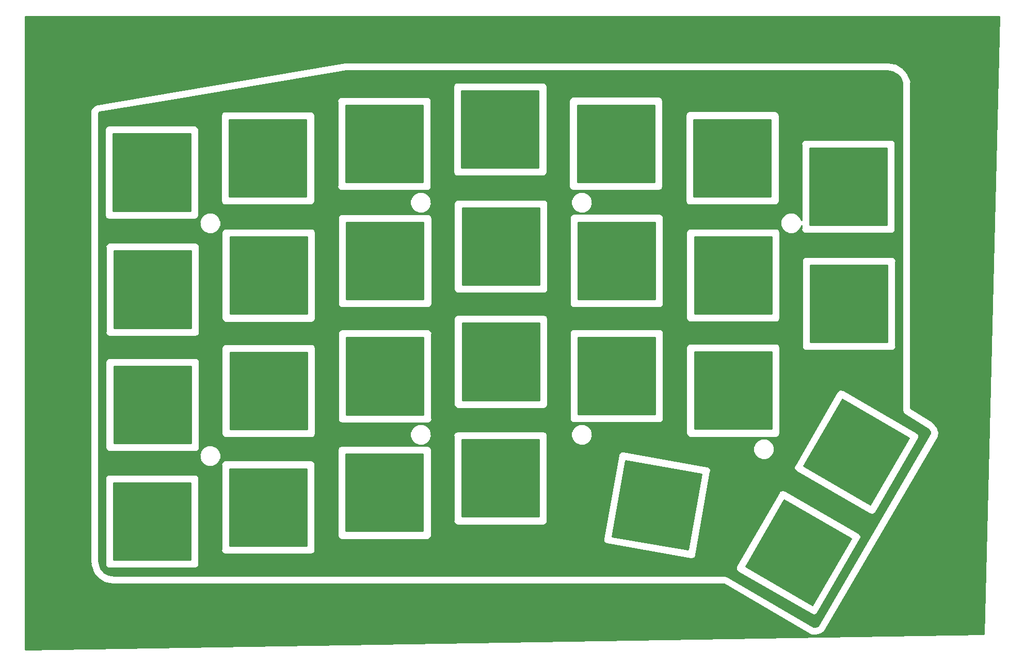
<source format=gbr>
G04 #@! TF.GenerationSoftware,KiCad,Pcbnew,(5.0.0)*
G04 #@! TF.CreationDate,2019-03-31T09:13:50-06:00*
G04 #@! TF.ProjectId,Top Plate,546F7020506C6174652E6B696361645F,rev?*
G04 #@! TF.SameCoordinates,Original*
G04 #@! TF.FileFunction,Copper,L1,Top,Signal*
G04 #@! TF.FilePolarity,Positive*
%FSLAX46Y46*%
G04 Gerber Fmt 4.6, Leading zero omitted, Abs format (unit mm)*
G04 Created by KiCad (PCBNEW (5.0.0)) date 03/31/19 09:13:50*
%MOMM*%
%LPD*%
G01*
G04 APERTURE LIST*
G04 #@! TA.AperFunction,NonConductor*
%ADD10C,0.254000*%
G04 #@! TD*
G04 APERTURE END LIST*
D10*
G36*
X220856086Y-139574983D02*
X63627000Y-142110936D01*
X63627000Y-127624536D01*
X74316727Y-127624536D01*
X74320001Y-127661933D01*
X74320001Y-127699462D01*
X74325869Y-127728964D01*
X74359849Y-128117103D01*
X74354343Y-128139618D01*
X74371666Y-128252082D01*
X74375594Y-128296945D01*
X74381918Y-128318639D01*
X74385358Y-128340968D01*
X74400764Y-128383279D01*
X74432614Y-128492529D01*
X74447123Y-128510605D01*
X74749330Y-129340610D01*
X74755138Y-129393802D01*
X74795514Y-129467455D01*
X74800719Y-129481749D01*
X74827894Y-129526520D01*
X74853070Y-129572445D01*
X74862845Y-129584102D01*
X74906427Y-129655904D01*
X74949581Y-129687538D01*
X75535241Y-130385963D01*
X75559039Y-130434211D01*
X75621973Y-130489395D01*
X75631563Y-130500831D01*
X75672623Y-130533807D01*
X75712217Y-130568525D01*
X75725142Y-130575986D01*
X75790404Y-130628399D01*
X75842047Y-130643470D01*
X76631114Y-131098962D01*
X76669869Y-131136058D01*
X76748013Y-131166442D01*
X76761069Y-131173979D01*
X76810814Y-131190861D01*
X76859746Y-131209887D01*
X76874584Y-131212503D01*
X76953988Y-131239450D01*
X77007525Y-131235937D01*
X77985336Y-131408304D01*
X78044138Y-131420000D01*
X78051689Y-131420000D01*
X78059120Y-131421310D01*
X78119025Y-131420000D01*
X178270672Y-131420000D01*
X192386349Y-139653980D01*
X192443179Y-139687247D01*
X192443670Y-139687417D01*
X192444126Y-139687683D01*
X192458800Y-139692737D01*
X192507153Y-139723200D01*
X192586042Y-139736700D01*
X192596681Y-139740383D01*
X192597425Y-139740485D01*
X192636745Y-139754029D01*
X192674007Y-139751754D01*
X192707959Y-139757564D01*
X192719210Y-139757262D01*
X192798499Y-139768184D01*
X192854120Y-139753637D01*
X193363184Y-139739961D01*
X193415973Y-139751331D01*
X193498113Y-139736336D01*
X193512834Y-139735941D01*
X193564398Y-139724236D01*
X193616386Y-139714746D01*
X193630071Y-139709329D01*
X193711505Y-139690844D01*
X193755585Y-139659646D01*
X194226214Y-139473356D01*
X194279260Y-139466065D01*
X194351728Y-139423674D01*
X194365839Y-139418088D01*
X194409877Y-139389658D01*
X194455109Y-139363199D01*
X194466459Y-139353130D01*
X194536997Y-139307593D01*
X194563985Y-139268552D01*
X194597029Y-139252488D01*
X194660236Y-139181232D01*
X194680042Y-139163662D01*
X194704909Y-139130870D01*
X194732219Y-139100082D01*
X194745587Y-139077227D01*
X194803140Y-139001332D01*
X194813808Y-138960595D01*
X213324200Y-107314439D01*
X213368405Y-107262975D01*
X213402083Y-107160308D01*
X213450916Y-107019078D01*
X213446647Y-106947768D01*
X213470775Y-106748714D01*
X213490812Y-106692795D01*
X213487014Y-106614748D01*
X213488140Y-106605456D01*
X213483738Y-106547434D01*
X213480909Y-106489311D01*
X213478639Y-106480230D01*
X213472727Y-106402314D01*
X213445910Y-106349314D01*
X213376068Y-106069947D01*
X213376670Y-106022436D01*
X213343312Y-105938926D01*
X213338185Y-105918416D01*
X213318339Y-105876405D01*
X213301099Y-105833245D01*
X213289575Y-105815515D01*
X213251166Y-105734210D01*
X213215975Y-105702286D01*
X213014921Y-105392972D01*
X212991071Y-105351283D01*
X212978227Y-105336520D01*
X212967567Y-105320120D01*
X212934050Y-105285743D01*
X212673908Y-104986733D01*
X212660059Y-104955689D01*
X212585121Y-104884680D01*
X212562510Y-104858691D01*
X212536272Y-104838392D01*
X212512179Y-104815563D01*
X212483017Y-104797193D01*
X212401375Y-104734033D01*
X212368579Y-104725106D01*
X208890000Y-102533874D01*
X208890000Y-49071555D01*
X208908410Y-48976557D01*
X208867681Y-48776944D01*
X208858503Y-48755091D01*
X208850255Y-48713627D01*
X208825574Y-48676689D01*
X208458614Y-47802977D01*
X208455106Y-47770923D01*
X208412626Y-47693480D01*
X208395434Y-47652547D01*
X208367414Y-47611056D01*
X208357128Y-47592305D01*
X208344938Y-47577776D01*
X208281416Y-47483716D01*
X208246852Y-47460867D01*
X207674840Y-46779082D01*
X207651096Y-46730933D01*
X207588069Y-46675660D01*
X207578407Y-46664143D01*
X207537449Y-46631266D01*
X207497928Y-46596607D01*
X207484898Y-46589084D01*
X207419533Y-46536616D01*
X207368001Y-46521592D01*
X206578983Y-46066045D01*
X206540184Y-46028912D01*
X206462086Y-45998553D01*
X206449081Y-45991044D01*
X206399293Y-45974143D01*
X206350301Y-45955098D01*
X206335516Y-45952493D01*
X206256167Y-45925557D01*
X206202574Y-45929069D01*
X205224252Y-45756694D01*
X205165462Y-45745000D01*
X205157882Y-45745000D01*
X205150424Y-45743686D01*
X205090551Y-45745000D01*
X116220779Y-45745000D01*
X116163217Y-45743347D01*
X116153449Y-45745000D01*
X116143538Y-45745000D01*
X116087027Y-45756241D01*
X75589893Y-52609640D01*
X75548545Y-52606348D01*
X75482021Y-52627896D01*
X75446186Y-52633960D01*
X75255808Y-52706488D01*
X75209308Y-52750392D01*
X75076029Y-52824872D01*
X75075514Y-52824928D01*
X74896912Y-52922936D01*
X74759763Y-53038042D01*
X74711600Y-53061807D01*
X74656364Y-53124822D01*
X74644863Y-53134474D01*
X74611966Y-53175472D01*
X74577310Y-53215008D01*
X74569804Y-53228016D01*
X74517363Y-53293370D01*
X74502341Y-53344929D01*
X74487944Y-53369878D01*
X74450934Y-53408524D01*
X74420478Y-53486795D01*
X74412875Y-53499971D01*
X74396049Y-53549578D01*
X74377058Y-53598384D01*
X74374414Y-53613361D01*
X74347435Y-53692901D01*
X74350947Y-53746296D01*
X74331713Y-53855253D01*
X74320000Y-53914139D01*
X74320000Y-53921606D01*
X74318703Y-53928953D01*
X74320000Y-53988937D01*
X74320001Y-127594625D01*
X74316727Y-127624536D01*
X63627000Y-127624536D01*
X63627000Y-38227000D01*
X223389786Y-38227000D01*
X220856086Y-139574983D01*
X220856086Y-139574983D01*
G37*
X220856086Y-139574983D02*
X63627000Y-142110936D01*
X63627000Y-127624536D01*
X74316727Y-127624536D01*
X74320001Y-127661933D01*
X74320001Y-127699462D01*
X74325869Y-127728964D01*
X74359849Y-128117103D01*
X74354343Y-128139618D01*
X74371666Y-128252082D01*
X74375594Y-128296945D01*
X74381918Y-128318639D01*
X74385358Y-128340968D01*
X74400764Y-128383279D01*
X74432614Y-128492529D01*
X74447123Y-128510605D01*
X74749330Y-129340610D01*
X74755138Y-129393802D01*
X74795514Y-129467455D01*
X74800719Y-129481749D01*
X74827894Y-129526520D01*
X74853070Y-129572445D01*
X74862845Y-129584102D01*
X74906427Y-129655904D01*
X74949581Y-129687538D01*
X75535241Y-130385963D01*
X75559039Y-130434211D01*
X75621973Y-130489395D01*
X75631563Y-130500831D01*
X75672623Y-130533807D01*
X75712217Y-130568525D01*
X75725142Y-130575986D01*
X75790404Y-130628399D01*
X75842047Y-130643470D01*
X76631114Y-131098962D01*
X76669869Y-131136058D01*
X76748013Y-131166442D01*
X76761069Y-131173979D01*
X76810814Y-131190861D01*
X76859746Y-131209887D01*
X76874584Y-131212503D01*
X76953988Y-131239450D01*
X77007525Y-131235937D01*
X77985336Y-131408304D01*
X78044138Y-131420000D01*
X78051689Y-131420000D01*
X78059120Y-131421310D01*
X78119025Y-131420000D01*
X178270672Y-131420000D01*
X192386349Y-139653980D01*
X192443179Y-139687247D01*
X192443670Y-139687417D01*
X192444126Y-139687683D01*
X192458800Y-139692737D01*
X192507153Y-139723200D01*
X192586042Y-139736700D01*
X192596681Y-139740383D01*
X192597425Y-139740485D01*
X192636745Y-139754029D01*
X192674007Y-139751754D01*
X192707959Y-139757564D01*
X192719210Y-139757262D01*
X192798499Y-139768184D01*
X192854120Y-139753637D01*
X193363184Y-139739961D01*
X193415973Y-139751331D01*
X193498113Y-139736336D01*
X193512834Y-139735941D01*
X193564398Y-139724236D01*
X193616386Y-139714746D01*
X193630071Y-139709329D01*
X193711505Y-139690844D01*
X193755585Y-139659646D01*
X194226214Y-139473356D01*
X194279260Y-139466065D01*
X194351728Y-139423674D01*
X194365839Y-139418088D01*
X194409877Y-139389658D01*
X194455109Y-139363199D01*
X194466459Y-139353130D01*
X194536997Y-139307593D01*
X194563985Y-139268552D01*
X194597029Y-139252488D01*
X194660236Y-139181232D01*
X194680042Y-139163662D01*
X194704909Y-139130870D01*
X194732219Y-139100082D01*
X194745587Y-139077227D01*
X194803140Y-139001332D01*
X194813808Y-138960595D01*
X213324200Y-107314439D01*
X213368405Y-107262975D01*
X213402083Y-107160308D01*
X213450916Y-107019078D01*
X213446647Y-106947768D01*
X213470775Y-106748714D01*
X213490812Y-106692795D01*
X213487014Y-106614748D01*
X213488140Y-106605456D01*
X213483738Y-106547434D01*
X213480909Y-106489311D01*
X213478639Y-106480230D01*
X213472727Y-106402314D01*
X213445910Y-106349314D01*
X213376068Y-106069947D01*
X213376670Y-106022436D01*
X213343312Y-105938926D01*
X213338185Y-105918416D01*
X213318339Y-105876405D01*
X213301099Y-105833245D01*
X213289575Y-105815515D01*
X213251166Y-105734210D01*
X213215975Y-105702286D01*
X213014921Y-105392972D01*
X212991071Y-105351283D01*
X212978227Y-105336520D01*
X212967567Y-105320120D01*
X212934050Y-105285743D01*
X212673908Y-104986733D01*
X212660059Y-104955689D01*
X212585121Y-104884680D01*
X212562510Y-104858691D01*
X212536272Y-104838392D01*
X212512179Y-104815563D01*
X212483017Y-104797193D01*
X212401375Y-104734033D01*
X212368579Y-104725106D01*
X208890000Y-102533874D01*
X208890000Y-49071555D01*
X208908410Y-48976557D01*
X208867681Y-48776944D01*
X208858503Y-48755091D01*
X208850255Y-48713627D01*
X208825574Y-48676689D01*
X208458614Y-47802977D01*
X208455106Y-47770923D01*
X208412626Y-47693480D01*
X208395434Y-47652547D01*
X208367414Y-47611056D01*
X208357128Y-47592305D01*
X208344938Y-47577776D01*
X208281416Y-47483716D01*
X208246852Y-47460867D01*
X207674840Y-46779082D01*
X207651096Y-46730933D01*
X207588069Y-46675660D01*
X207578407Y-46664143D01*
X207537449Y-46631266D01*
X207497928Y-46596607D01*
X207484898Y-46589084D01*
X207419533Y-46536616D01*
X207368001Y-46521592D01*
X206578983Y-46066045D01*
X206540184Y-46028912D01*
X206462086Y-45998553D01*
X206449081Y-45991044D01*
X206399293Y-45974143D01*
X206350301Y-45955098D01*
X206335516Y-45952493D01*
X206256167Y-45925557D01*
X206202574Y-45929069D01*
X205224252Y-45756694D01*
X205165462Y-45745000D01*
X205157882Y-45745000D01*
X205150424Y-45743686D01*
X205090551Y-45745000D01*
X116220779Y-45745000D01*
X116163217Y-45743347D01*
X116153449Y-45745000D01*
X116143538Y-45745000D01*
X116087027Y-45756241D01*
X75589893Y-52609640D01*
X75548545Y-52606348D01*
X75482021Y-52627896D01*
X75446186Y-52633960D01*
X75255808Y-52706488D01*
X75209308Y-52750392D01*
X75076029Y-52824872D01*
X75075514Y-52824928D01*
X74896912Y-52922936D01*
X74759763Y-53038042D01*
X74711600Y-53061807D01*
X74656364Y-53124822D01*
X74644863Y-53134474D01*
X74611966Y-53175472D01*
X74577310Y-53215008D01*
X74569804Y-53228016D01*
X74517363Y-53293370D01*
X74502341Y-53344929D01*
X74487944Y-53369878D01*
X74450934Y-53408524D01*
X74420478Y-53486795D01*
X74412875Y-53499971D01*
X74396049Y-53549578D01*
X74377058Y-53598384D01*
X74374414Y-53613361D01*
X74347435Y-53692901D01*
X74350947Y-53746296D01*
X74331713Y-53855253D01*
X74320000Y-53914139D01*
X74320000Y-53921606D01*
X74318703Y-53928953D01*
X74320000Y-53988937D01*
X74320001Y-127594625D01*
X74316727Y-127624536D01*
X63627000Y-127624536D01*
X63627000Y-38227000D01*
X223389786Y-38227000D01*
X220856086Y-139574983D01*
G36*
X205927138Y-47271641D02*
X206649878Y-47688923D01*
X207200351Y-48345037D01*
X207520001Y-49106108D01*
X207520000Y-95317461D01*
X207520001Y-95317466D01*
X207520000Y-102859355D01*
X207519030Y-102890432D01*
X207512339Y-102943510D01*
X207525098Y-102990101D01*
X207524188Y-103008796D01*
X207541942Y-103058344D01*
X207542411Y-103061157D01*
X207544210Y-103065914D01*
X207547118Y-103081910D01*
X207548812Y-103086198D01*
X207563745Y-103161272D01*
X207574602Y-103177520D01*
X207575746Y-103183273D01*
X207589728Y-103204199D01*
X207594554Y-103222703D01*
X207611666Y-103245315D01*
X207621965Y-103271388D01*
X207656251Y-103306824D01*
X207669940Y-103337510D01*
X207701459Y-103367376D01*
X207715143Y-103387856D01*
X207729129Y-103397201D01*
X207757395Y-103433622D01*
X207774612Y-103443437D01*
X207805210Y-103477165D01*
X207852653Y-103499578D01*
X207867125Y-103508693D01*
X207972727Y-103579254D01*
X207982099Y-103581118D01*
X211639479Y-105884983D01*
X211881772Y-106163478D01*
X212053236Y-106427270D01*
X212104740Y-106633286D01*
X212096708Y-106699554D01*
X193656711Y-138225361D01*
X193287516Y-138371501D01*
X192923522Y-138381279D01*
X178919492Y-130212426D01*
X178907254Y-130197998D01*
X178815468Y-130150836D01*
X178797839Y-130135029D01*
X178770051Y-130125254D01*
X178759873Y-130119317D01*
X178756078Y-130118010D01*
X178715273Y-130090745D01*
X178635474Y-130074872D01*
X178563796Y-130049188D01*
X178517644Y-130051434D01*
X178515462Y-130051000D01*
X178507489Y-130051000D01*
X178502462Y-130050000D01*
X178483674Y-130050000D01*
X178465089Y-130047345D01*
X178462932Y-130047463D01*
X178398491Y-130039339D01*
X178379398Y-130044568D01*
X178374276Y-130044147D01*
X178356051Y-130050000D01*
X78171509Y-130050000D01*
X77282958Y-129893368D01*
X76560285Y-129476203D01*
X76023692Y-128836294D01*
X75726623Y-128020401D01*
X75690000Y-127602078D01*
X75690000Y-114088980D01*
X76730891Y-114088980D01*
X76744310Y-114156442D01*
X76744311Y-128019653D01*
X76730891Y-128087120D01*
X76784055Y-128354393D01*
X76935453Y-128580977D01*
X77162037Y-128732375D01*
X77361848Y-128772120D01*
X77361849Y-128772120D01*
X77429310Y-128785539D01*
X77496772Y-128772120D01*
X91361398Y-128772120D01*
X91428860Y-128785539D01*
X91496321Y-128772120D01*
X91496322Y-128772120D01*
X91696133Y-128732375D01*
X91784322Y-128673449D01*
X180195358Y-128673449D01*
X180201824Y-128772120D01*
X180213172Y-128945357D01*
X180213176Y-128945366D01*
X180213177Y-128945375D01*
X180275633Y-129072028D01*
X180333691Y-129189768D01*
X180333697Y-129189774D01*
X180333702Y-129189783D01*
X180452504Y-129293972D01*
X180486855Y-129324100D01*
X180486860Y-129324103D01*
X180538583Y-129369464D01*
X180603710Y-129391573D01*
X192610880Y-136324545D01*
X192662612Y-136369910D01*
X192781400Y-136410228D01*
X192920610Y-136457490D01*
X192920639Y-136457488D01*
X192920662Y-136457496D01*
X193047718Y-136449164D01*
X193192537Y-136439678D01*
X193192562Y-136439666D01*
X193192587Y-136439664D01*
X193311253Y-136381139D01*
X193436948Y-136319159D01*
X193436965Y-136319139D01*
X193436990Y-136319127D01*
X193530532Y-136212456D01*
X193616634Y-136114283D01*
X193638754Y-136049128D01*
X200571314Y-124040618D01*
X200616663Y-123988903D01*
X200638768Y-123923775D01*
X200704246Y-123730859D01*
X200704246Y-123730856D01*
X200704247Y-123730852D01*
X200691729Y-123539978D01*
X200686415Y-123458933D01*
X200686413Y-123458929D01*
X200686413Y-123458926D01*
X200627793Y-123340070D01*
X200565878Y-123214530D01*
X200565875Y-123214528D01*
X200565874Y-123214525D01*
X200412699Y-123080206D01*
X200360988Y-123034860D01*
X200295854Y-123012752D01*
X188288717Y-116081117D01*
X188237017Y-116035776D01*
X188171864Y-116013659D01*
X188171849Y-116013650D01*
X188112734Y-115993586D01*
X187978971Y-115948178D01*
X187978951Y-115948179D01*
X187978932Y-115948173D01*
X187843148Y-115957078D01*
X187707044Y-115965997D01*
X187707026Y-115966006D01*
X187707007Y-115966007D01*
X187591530Y-116022960D01*
X187462636Y-116086522D01*
X187462622Y-116086538D01*
X187462606Y-116086546D01*
X187382015Y-116178451D01*
X187328308Y-116239690D01*
X187328297Y-116239710D01*
X187282937Y-116291437D01*
X187260838Y-116356548D01*
X180328313Y-128363682D01*
X180282966Y-128415387D01*
X180260851Y-128480528D01*
X180260846Y-128480536D01*
X180240155Y-128541488D01*
X180195360Y-128673431D01*
X180195361Y-128673441D01*
X180195358Y-128673449D01*
X91784322Y-128673449D01*
X91922717Y-128580977D01*
X92074115Y-128354393D01*
X92127279Y-128087120D01*
X92113860Y-128019658D01*
X92113860Y-114156442D01*
X92127279Y-114088980D01*
X92074115Y-113821707D01*
X91922717Y-113595123D01*
X91696133Y-113443725D01*
X91496322Y-113403980D01*
X91428860Y-113390561D01*
X91361399Y-113403980D01*
X77496771Y-113403980D01*
X77429310Y-113390561D01*
X77361848Y-113403980D01*
X77162037Y-113443725D01*
X76935453Y-113595123D01*
X76784055Y-113821707D01*
X76730891Y-114088980D01*
X75690000Y-114088980D01*
X75690000Y-110061593D01*
X92214677Y-110061593D01*
X92225000Y-110378284D01*
X92225000Y-110695113D01*
X92236210Y-110722176D01*
X92237164Y-110751453D01*
X92457901Y-111284359D01*
X92471293Y-111289716D01*
X92489138Y-111332799D01*
X92977201Y-111820862D01*
X93020284Y-111838707D01*
X93025641Y-111852099D01*
X93322171Y-111963753D01*
X93614887Y-112085000D01*
X93644177Y-112085000D01*
X93671593Y-112095323D01*
X93988284Y-112085000D01*
X94305113Y-112085000D01*
X94332176Y-112073790D01*
X94361453Y-112072836D01*
X94894359Y-111852099D01*
X94899716Y-111838707D01*
X94942799Y-111820862D01*
X94983541Y-111780120D01*
X95770781Y-111780120D01*
X95784200Y-111847582D01*
X95784201Y-125710793D01*
X95770781Y-125778260D01*
X95823945Y-126045533D01*
X95975343Y-126272117D01*
X96201927Y-126423515D01*
X96401738Y-126463260D01*
X96401739Y-126463260D01*
X96469200Y-126476679D01*
X96536662Y-126463260D01*
X110401038Y-126463260D01*
X110468500Y-126476679D01*
X110535961Y-126463260D01*
X110535962Y-126463260D01*
X110735773Y-126423515D01*
X110962357Y-126272117D01*
X111113755Y-126045533D01*
X111131982Y-125953899D01*
X111153500Y-125845722D01*
X111153500Y-125845721D01*
X111166919Y-125778260D01*
X111153500Y-125710798D01*
X111153500Y-111847582D01*
X111166919Y-111780120D01*
X111113755Y-111512847D01*
X110962357Y-111286263D01*
X110735773Y-111134865D01*
X110535962Y-111095120D01*
X110468500Y-111081701D01*
X110401039Y-111095120D01*
X96536661Y-111095120D01*
X96469200Y-111081701D01*
X96401738Y-111095120D01*
X96201927Y-111134865D01*
X95975343Y-111286263D01*
X95823945Y-111512847D01*
X95770781Y-111780120D01*
X94983541Y-111780120D01*
X95430862Y-111332799D01*
X95448707Y-111289716D01*
X95462099Y-111284359D01*
X95573753Y-110987829D01*
X95695000Y-110695113D01*
X95695000Y-110665823D01*
X95705323Y-110638407D01*
X95695000Y-110321716D01*
X95695000Y-110004887D01*
X95683790Y-109977824D01*
X95682836Y-109948547D01*
X95462099Y-109415641D01*
X95448707Y-109410284D01*
X95439246Y-109387440D01*
X114869041Y-109387440D01*
X114882460Y-109454902D01*
X114882461Y-123318113D01*
X114869041Y-123385580D01*
X114922205Y-123652853D01*
X115073603Y-123879437D01*
X115300187Y-124030835D01*
X115499998Y-124070580D01*
X115499999Y-124070580D01*
X115567460Y-124083999D01*
X115634922Y-124070580D01*
X129499298Y-124070580D01*
X129566760Y-124083999D01*
X129634221Y-124070580D01*
X129634222Y-124070580D01*
X129834033Y-124030835D01*
X129893934Y-123990810D01*
X158460572Y-123990810D01*
X158462073Y-124059579D01*
X158462072Y-124059582D01*
X158462605Y-124083999D01*
X158466517Y-124263254D01*
X158466518Y-124263256D01*
X158466518Y-124263258D01*
X158481573Y-124297472D01*
X158576268Y-124512685D01*
X158576270Y-124512687D01*
X158576271Y-124512689D01*
X158651365Y-124584575D01*
X158773120Y-124701130D01*
X158773123Y-124701131D01*
X158773124Y-124701132D01*
X158854783Y-124732887D01*
X158962993Y-124774968D01*
X158962996Y-124774968D01*
X159027105Y-124799899D01*
X159095870Y-124798398D01*
X172748859Y-127205812D01*
X172812937Y-127230737D01*
X172881739Y-127229242D01*
X172881767Y-127229247D01*
X172944510Y-127227878D01*
X173085381Y-127224817D01*
X173085411Y-127224804D01*
X173085444Y-127224803D01*
X173208313Y-127170740D01*
X173334823Y-127115089D01*
X173334846Y-127115065D01*
X173334875Y-127115052D01*
X173426106Y-127019751D01*
X173523285Y-126918255D01*
X173523297Y-126918224D01*
X173523320Y-126918200D01*
X173572738Y-126791124D01*
X173597141Y-126728388D01*
X173597147Y-126728356D01*
X173622088Y-126664220D01*
X173620588Y-126595486D01*
X176029547Y-112941090D01*
X176054489Y-112876950D01*
X176051493Y-112739729D01*
X176048557Y-112604580D01*
X176048542Y-112604546D01*
X176048541Y-112604506D01*
X175992260Y-112476601D01*
X175938829Y-112355138D01*
X175938802Y-112355112D01*
X175938786Y-112355076D01*
X175836662Y-112257316D01*
X175752767Y-112176988D01*
X189720353Y-112176988D01*
X189738187Y-112448913D01*
X189798022Y-112570233D01*
X189858725Y-112693313D01*
X190063616Y-112872982D01*
X190128750Y-112895089D01*
X202135903Y-119826735D01*
X202187614Y-119872081D01*
X202252746Y-119894188D01*
X202252750Y-119894190D01*
X202341902Y-119924449D01*
X202445664Y-119959667D01*
X202445667Y-119959667D01*
X202502921Y-119955912D01*
X202717589Y-119941834D01*
X202717591Y-119941833D01*
X202717593Y-119941833D01*
X202876815Y-119863305D01*
X202961991Y-119821296D01*
X202961992Y-119821295D01*
X202961994Y-119821294D01*
X203141663Y-119616403D01*
X203163769Y-119551271D01*
X210096312Y-107542722D01*
X210141661Y-107491007D01*
X210229247Y-107232956D01*
X210211414Y-106961030D01*
X210090877Y-106716628D01*
X209937703Y-106582308D01*
X209937696Y-106582304D01*
X209885986Y-106536959D01*
X209820860Y-106514855D01*
X197813700Y-99583108D01*
X197761984Y-99537758D01*
X197681183Y-99510333D01*
X197503936Y-99450173D01*
X197503933Y-99450173D01*
X197450434Y-99453682D01*
X197232011Y-99468006D01*
X197232009Y-99468007D01*
X197232008Y-99468007D01*
X197114799Y-99525814D01*
X196987609Y-99588543D01*
X196987608Y-99588544D01*
X196987606Y-99588545D01*
X196884411Y-99706226D01*
X196807939Y-99793433D01*
X196785832Y-99858567D01*
X189853286Y-111867222D01*
X189807937Y-111918937D01*
X189785831Y-111984068D01*
X189785830Y-111984070D01*
X189723867Y-112166634D01*
X189720353Y-112176988D01*
X175752767Y-112176988D01*
X175741995Y-112166675D01*
X175741961Y-112166662D01*
X175741932Y-112166634D01*
X175607542Y-112114375D01*
X175488023Y-112067884D01*
X175419224Y-112069379D01*
X161764762Y-109661901D01*
X161700655Y-109636971D01*
X161428211Y-109642917D01*
X161178780Y-109752671D01*
X160990337Y-109949523D01*
X160916500Y-110139397D01*
X160916498Y-110139407D01*
X160891571Y-110203510D01*
X160893072Y-110272267D01*
X158485501Y-123926706D01*
X158460572Y-123990810D01*
X129893934Y-123990810D01*
X130060617Y-123879437D01*
X130212015Y-123652853D01*
X130265179Y-123385580D01*
X130251760Y-123318118D01*
X130251760Y-109454902D01*
X130265179Y-109387440D01*
X130212015Y-109120167D01*
X130060617Y-108893583D01*
X129834033Y-108742185D01*
X129634222Y-108702440D01*
X129566760Y-108689021D01*
X129499299Y-108702440D01*
X115634921Y-108702440D01*
X115567460Y-108689021D01*
X115499998Y-108702440D01*
X115300187Y-108742185D01*
X115073603Y-108893583D01*
X114922205Y-109120167D01*
X114869041Y-109387440D01*
X95439246Y-109387440D01*
X95430862Y-109367201D01*
X94942799Y-108879138D01*
X94899716Y-108861293D01*
X94894359Y-108847901D01*
X94597829Y-108736247D01*
X94305113Y-108615000D01*
X94275823Y-108615000D01*
X94248407Y-108604677D01*
X93931716Y-108615000D01*
X93614887Y-108615000D01*
X93587824Y-108626210D01*
X93558547Y-108627164D01*
X93025641Y-108847901D01*
X93020284Y-108861293D01*
X92977201Y-108879138D01*
X92489138Y-109367201D01*
X92471293Y-109410284D01*
X92457901Y-109415641D01*
X92346247Y-109712171D01*
X92225000Y-110004887D01*
X92225000Y-110034177D01*
X92214677Y-110061593D01*
X75690000Y-110061593D01*
X75690000Y-94962780D01*
X76796931Y-94962780D01*
X76810350Y-95030242D01*
X76810351Y-108893453D01*
X76796931Y-108960920D01*
X76850095Y-109228193D01*
X77001493Y-109454777D01*
X77228077Y-109606175D01*
X77427888Y-109645920D01*
X77427889Y-109645920D01*
X77495350Y-109659339D01*
X77562812Y-109645920D01*
X91427438Y-109645920D01*
X91494900Y-109659339D01*
X91562361Y-109645920D01*
X91562362Y-109645920D01*
X91762173Y-109606175D01*
X91988757Y-109454777D01*
X92140155Y-109228193D01*
X92193319Y-108960920D01*
X92179900Y-108893458D01*
X92179900Y-95030242D01*
X92193319Y-94962780D01*
X92140155Y-94695507D01*
X91988757Y-94468923D01*
X91762173Y-94317525D01*
X91562362Y-94277780D01*
X91494900Y-94264361D01*
X91427439Y-94277780D01*
X77562811Y-94277780D01*
X77495350Y-94264361D01*
X77427888Y-94277780D01*
X77228077Y-94317525D01*
X77001493Y-94468923D01*
X76850095Y-94695507D01*
X76796931Y-94962780D01*
X75690000Y-94962780D01*
X75690000Y-92653920D01*
X95836821Y-92653920D01*
X95850240Y-92721382D01*
X95850241Y-106584593D01*
X95836821Y-106652060D01*
X95889985Y-106919333D01*
X96041383Y-107145917D01*
X96267967Y-107297315D01*
X96467778Y-107337060D01*
X96467779Y-107337060D01*
X96535240Y-107350479D01*
X96602702Y-107337060D01*
X110467078Y-107337060D01*
X110534540Y-107350479D01*
X110602001Y-107337060D01*
X110602002Y-107337060D01*
X110801813Y-107297315D01*
X111028397Y-107145917D01*
X111179795Y-106919333D01*
X111232959Y-106652060D01*
X111219540Y-106584598D01*
X111219540Y-106561593D01*
X126754677Y-106561593D01*
X126765000Y-106878284D01*
X126765000Y-107195113D01*
X126776210Y-107222176D01*
X126777164Y-107251453D01*
X126997901Y-107784359D01*
X127011293Y-107789716D01*
X127029138Y-107832799D01*
X127517201Y-108320862D01*
X127560284Y-108338707D01*
X127565641Y-108352099D01*
X127862171Y-108463753D01*
X128154887Y-108585000D01*
X128184177Y-108585000D01*
X128211593Y-108595323D01*
X128528284Y-108585000D01*
X128845113Y-108585000D01*
X128872176Y-108573790D01*
X128901453Y-108572836D01*
X129434359Y-108352099D01*
X129439716Y-108338707D01*
X129482799Y-108320862D01*
X129970862Y-107832799D01*
X129988707Y-107789716D01*
X130002099Y-107784359D01*
X130113753Y-107487829D01*
X130235000Y-107195113D01*
X130235000Y-107165823D01*
X130245323Y-107138407D01*
X130241138Y-107010000D01*
X133873321Y-107010000D01*
X133886740Y-107077462D01*
X133886741Y-120940673D01*
X133873321Y-121008140D01*
X133926485Y-121275413D01*
X134077883Y-121501997D01*
X134304467Y-121653395D01*
X134504278Y-121693140D01*
X134504279Y-121693140D01*
X134571740Y-121706559D01*
X134639202Y-121693140D01*
X148503578Y-121693140D01*
X148571040Y-121706559D01*
X148638501Y-121693140D01*
X148638502Y-121693140D01*
X148838313Y-121653395D01*
X149064897Y-121501997D01*
X149216295Y-121275413D01*
X149269459Y-121008140D01*
X149256040Y-120940678D01*
X149256040Y-108931593D01*
X183034677Y-108931593D01*
X183045000Y-109248284D01*
X183045000Y-109565113D01*
X183056210Y-109592176D01*
X183057164Y-109621453D01*
X183277901Y-110154359D01*
X183291293Y-110159716D01*
X183309138Y-110202799D01*
X183797201Y-110690862D01*
X183840284Y-110708707D01*
X183845641Y-110722099D01*
X184142171Y-110833753D01*
X184434887Y-110955000D01*
X184464177Y-110955000D01*
X184491593Y-110965323D01*
X184808284Y-110955000D01*
X185125113Y-110955000D01*
X185152176Y-110943790D01*
X185181453Y-110942836D01*
X185714359Y-110722099D01*
X185719716Y-110708707D01*
X185762799Y-110690862D01*
X186250862Y-110202799D01*
X186268707Y-110159716D01*
X186282099Y-110154359D01*
X186393753Y-109857829D01*
X186515000Y-109565113D01*
X186515000Y-109535823D01*
X186525323Y-109508407D01*
X186515000Y-109191716D01*
X186515000Y-108874887D01*
X186503790Y-108847824D01*
X186502836Y-108818547D01*
X186282099Y-108285641D01*
X186268707Y-108280284D01*
X186250862Y-108237201D01*
X185762799Y-107749138D01*
X185719716Y-107731293D01*
X185714359Y-107717901D01*
X185417829Y-107606247D01*
X185125113Y-107485000D01*
X185095823Y-107485000D01*
X185068407Y-107474677D01*
X184751716Y-107485000D01*
X184434887Y-107485000D01*
X184407824Y-107496210D01*
X184378547Y-107497164D01*
X183845641Y-107717901D01*
X183840284Y-107731293D01*
X183797201Y-107749138D01*
X183309138Y-108237201D01*
X183291293Y-108280284D01*
X183277901Y-108285641D01*
X183166247Y-108582171D01*
X183045000Y-108874887D01*
X183045000Y-108904177D01*
X183034677Y-108931593D01*
X149256040Y-108931593D01*
X149256040Y-107077462D01*
X149269459Y-107010000D01*
X149216295Y-106742727D01*
X149095266Y-106561593D01*
X153164677Y-106561593D01*
X153175000Y-106878284D01*
X153175000Y-107195113D01*
X153186210Y-107222176D01*
X153187164Y-107251453D01*
X153407901Y-107784359D01*
X153421293Y-107789716D01*
X153439138Y-107832799D01*
X153927201Y-108320862D01*
X153970284Y-108338707D01*
X153975641Y-108352099D01*
X154272171Y-108463753D01*
X154564887Y-108585000D01*
X154594177Y-108585000D01*
X154621593Y-108595323D01*
X154938284Y-108585000D01*
X155255113Y-108585000D01*
X155282176Y-108573790D01*
X155311453Y-108572836D01*
X155844359Y-108352099D01*
X155849716Y-108338707D01*
X155892799Y-108320862D01*
X156380862Y-107832799D01*
X156398707Y-107789716D01*
X156412099Y-107784359D01*
X156523753Y-107487829D01*
X156645000Y-107195113D01*
X156645000Y-107165823D01*
X156655323Y-107138407D01*
X156645000Y-106821716D01*
X156645000Y-106504887D01*
X156633790Y-106477824D01*
X156632836Y-106448547D01*
X156412099Y-105915641D01*
X156398707Y-105910284D01*
X156380862Y-105867201D01*
X155892799Y-105379138D01*
X155849716Y-105361293D01*
X155844359Y-105347901D01*
X155547829Y-105236247D01*
X155255113Y-105115000D01*
X155225823Y-105115000D01*
X155198407Y-105104677D01*
X154881716Y-105115000D01*
X154564887Y-105115000D01*
X154537824Y-105126210D01*
X154508547Y-105127164D01*
X153975641Y-105347901D01*
X153970284Y-105361293D01*
X153927201Y-105379138D01*
X153439138Y-105867201D01*
X153421293Y-105910284D01*
X153407901Y-105915641D01*
X153296247Y-106212171D01*
X153175000Y-106504887D01*
X153175000Y-106534177D01*
X153164677Y-106561593D01*
X149095266Y-106561593D01*
X149064897Y-106516143D01*
X148838313Y-106364745D01*
X148638502Y-106325000D01*
X148571040Y-106311581D01*
X148503579Y-106325000D01*
X134639201Y-106325000D01*
X134571740Y-106311581D01*
X134504278Y-106325000D01*
X134304467Y-106364745D01*
X134077883Y-106516143D01*
X133926485Y-106742727D01*
X133873321Y-107010000D01*
X130241138Y-107010000D01*
X130235000Y-106821716D01*
X130235000Y-106504887D01*
X130223790Y-106477824D01*
X130222836Y-106448547D01*
X130002099Y-105915641D01*
X129988707Y-105910284D01*
X129970862Y-105867201D01*
X129482799Y-105379138D01*
X129439716Y-105361293D01*
X129434359Y-105347901D01*
X129137829Y-105236247D01*
X128845113Y-105115000D01*
X128815823Y-105115000D01*
X128788407Y-105104677D01*
X128471716Y-105115000D01*
X128154887Y-105115000D01*
X128127824Y-105126210D01*
X128098547Y-105127164D01*
X127565641Y-105347901D01*
X127560284Y-105361293D01*
X127517201Y-105379138D01*
X127029138Y-105867201D01*
X127011293Y-105910284D01*
X126997901Y-105915641D01*
X126886247Y-106212171D01*
X126765000Y-106504887D01*
X126765000Y-106534177D01*
X126754677Y-106561593D01*
X111219540Y-106561593D01*
X111219540Y-92721382D01*
X111232959Y-92653920D01*
X111179795Y-92386647D01*
X111028397Y-92160063D01*
X110801813Y-92008665D01*
X110602002Y-91968920D01*
X110534540Y-91955501D01*
X110467079Y-91968920D01*
X96602701Y-91968920D01*
X96535240Y-91955501D01*
X96467778Y-91968920D01*
X96267967Y-92008665D01*
X96041383Y-92160063D01*
X95889985Y-92386647D01*
X95836821Y-92653920D01*
X75690000Y-92653920D01*
X75690000Y-76039780D01*
X76804551Y-76039780D01*
X76817970Y-76107242D01*
X76817971Y-89970453D01*
X76804551Y-90037920D01*
X76857715Y-90305193D01*
X77009113Y-90531777D01*
X77235697Y-90683175D01*
X77435508Y-90722920D01*
X77435509Y-90722920D01*
X77502970Y-90736339D01*
X77570432Y-90722920D01*
X91435058Y-90722920D01*
X91502520Y-90736339D01*
X91569981Y-90722920D01*
X91569982Y-90722920D01*
X91769793Y-90683175D01*
X91996377Y-90531777D01*
X92147775Y-90305193D01*
X92156517Y-90261240D01*
X114935081Y-90261240D01*
X114948500Y-90328702D01*
X114948501Y-104191913D01*
X114935081Y-104259380D01*
X114988245Y-104526653D01*
X115139643Y-104753237D01*
X115366227Y-104904635D01*
X115566038Y-104944380D01*
X115566039Y-104944380D01*
X115633500Y-104957799D01*
X115700962Y-104944380D01*
X129565338Y-104944380D01*
X129632800Y-104957799D01*
X129700261Y-104944380D01*
X129700262Y-104944380D01*
X129900073Y-104904635D01*
X130126657Y-104753237D01*
X130278055Y-104526653D01*
X130331219Y-104259380D01*
X130317800Y-104191918D01*
X130317800Y-90328702D01*
X130331219Y-90261240D01*
X130278055Y-89993967D01*
X130126657Y-89767383D01*
X129900073Y-89615985D01*
X129700262Y-89576240D01*
X129632800Y-89562821D01*
X129565339Y-89576240D01*
X115700961Y-89576240D01*
X115633500Y-89562821D01*
X115566038Y-89576240D01*
X115366227Y-89615985D01*
X115139643Y-89767383D01*
X114988245Y-89993967D01*
X114935081Y-90261240D01*
X92156517Y-90261240D01*
X92200939Y-90037920D01*
X92187520Y-89970458D01*
X92187520Y-76107242D01*
X92200939Y-76039780D01*
X92147775Y-75772507D01*
X91996377Y-75545923D01*
X91769793Y-75394525D01*
X91569982Y-75354780D01*
X91502520Y-75341361D01*
X91435059Y-75354780D01*
X77570431Y-75354780D01*
X77502970Y-75341361D01*
X77435508Y-75354780D01*
X77235697Y-75394525D01*
X77009113Y-75545923D01*
X76857715Y-75772507D01*
X76804551Y-76039780D01*
X75690000Y-76039780D01*
X75690000Y-71861593D01*
X92214677Y-71861593D01*
X92225000Y-72178284D01*
X92225000Y-72495113D01*
X92236210Y-72522176D01*
X92237164Y-72551453D01*
X92457901Y-73084359D01*
X92471293Y-73089716D01*
X92489138Y-73132799D01*
X92977201Y-73620862D01*
X93020284Y-73638707D01*
X93025641Y-73652099D01*
X93322171Y-73763753D01*
X93614887Y-73885000D01*
X93644177Y-73885000D01*
X93671593Y-73895323D01*
X93988284Y-73885000D01*
X94305113Y-73885000D01*
X94332176Y-73873790D01*
X94361453Y-73872836D01*
X94704068Y-73730920D01*
X95844441Y-73730920D01*
X95857860Y-73798382D01*
X95857861Y-87661593D01*
X95844441Y-87729060D01*
X95897605Y-87996333D01*
X96049003Y-88222917D01*
X96275587Y-88374315D01*
X96475398Y-88414060D01*
X96475399Y-88414060D01*
X96542860Y-88427479D01*
X96610322Y-88414060D01*
X110474698Y-88414060D01*
X110542160Y-88427479D01*
X110609621Y-88414060D01*
X110609622Y-88414060D01*
X110809433Y-88374315D01*
X111036017Y-88222917D01*
X111187415Y-87996333D01*
X111209799Y-87883800D01*
X133939361Y-87883800D01*
X133952780Y-87951262D01*
X133952781Y-101814473D01*
X133939361Y-101881940D01*
X133992525Y-102149213D01*
X134143923Y-102375797D01*
X134370507Y-102527195D01*
X134570318Y-102566940D01*
X134570319Y-102566940D01*
X134637780Y-102580359D01*
X134705242Y-102566940D01*
X148569618Y-102566940D01*
X148637080Y-102580359D01*
X148704541Y-102566940D01*
X148704542Y-102566940D01*
X148904353Y-102527195D01*
X149130937Y-102375797D01*
X149282335Y-102149213D01*
X149335499Y-101881940D01*
X149322080Y-101814478D01*
X149322080Y-90238380D01*
X152930941Y-90238380D01*
X152944360Y-90305842D01*
X152944361Y-104169053D01*
X152930941Y-104236520D01*
X152984105Y-104503793D01*
X153135503Y-104730377D01*
X153362087Y-104881775D01*
X153561898Y-104921520D01*
X153561899Y-104921520D01*
X153629360Y-104934939D01*
X153696822Y-104921520D01*
X167561198Y-104921520D01*
X167628660Y-104934939D01*
X167696121Y-104921520D01*
X167696122Y-104921520D01*
X167895933Y-104881775D01*
X168122517Y-104730377D01*
X168273915Y-104503793D01*
X168327079Y-104236520D01*
X168313660Y-104169058D01*
X168313660Y-92610740D01*
X172036821Y-92610740D01*
X172050240Y-92678202D01*
X172050241Y-106541413D01*
X172036821Y-106608880D01*
X172089985Y-106876153D01*
X172241383Y-107102737D01*
X172467967Y-107254135D01*
X172667778Y-107293880D01*
X172667779Y-107293880D01*
X172735240Y-107307299D01*
X172802702Y-107293880D01*
X186667078Y-107293880D01*
X186734540Y-107307299D01*
X186802001Y-107293880D01*
X186802002Y-107293880D01*
X187001813Y-107254135D01*
X187228397Y-107102737D01*
X187379795Y-106876153D01*
X187432959Y-106608880D01*
X187419540Y-106541418D01*
X187419540Y-92678202D01*
X187432959Y-92610740D01*
X187379795Y-92343467D01*
X187228397Y-92116883D01*
X187001813Y-91965485D01*
X186802002Y-91925740D01*
X186734540Y-91912321D01*
X186667079Y-91925740D01*
X172802701Y-91925740D01*
X172735240Y-91912321D01*
X172667778Y-91925740D01*
X172467967Y-91965485D01*
X172241383Y-92116883D01*
X172089985Y-92343467D01*
X172036821Y-92610740D01*
X168313660Y-92610740D01*
X168313660Y-90305842D01*
X168327079Y-90238380D01*
X168273915Y-89971107D01*
X168122517Y-89744523D01*
X167895933Y-89593125D01*
X167696122Y-89553380D01*
X167628660Y-89539961D01*
X167561199Y-89553380D01*
X153696821Y-89553380D01*
X153629360Y-89539961D01*
X153561898Y-89553380D01*
X153362087Y-89593125D01*
X153135503Y-89744523D01*
X152984105Y-89971107D01*
X152930941Y-90238380D01*
X149322080Y-90238380D01*
X149322080Y-87951262D01*
X149335499Y-87883800D01*
X149282335Y-87616527D01*
X149130937Y-87389943D01*
X148904353Y-87238545D01*
X148704542Y-87198800D01*
X148637080Y-87185381D01*
X148569619Y-87198800D01*
X134705241Y-87198800D01*
X134637780Y-87185381D01*
X134570318Y-87198800D01*
X134370507Y-87238545D01*
X134143923Y-87389943D01*
X133992525Y-87616527D01*
X133939361Y-87883800D01*
X111209799Y-87883800D01*
X111240579Y-87729060D01*
X111227160Y-87661598D01*
X111227160Y-73798382D01*
X111240579Y-73730920D01*
X111187415Y-73463647D01*
X111036017Y-73237063D01*
X110809433Y-73085665D01*
X110609622Y-73045920D01*
X110542160Y-73032501D01*
X110474699Y-73045920D01*
X96610321Y-73045920D01*
X96542860Y-73032501D01*
X96475398Y-73045920D01*
X96275587Y-73085665D01*
X96049003Y-73237063D01*
X95897605Y-73463647D01*
X95844441Y-73730920D01*
X94704068Y-73730920D01*
X94894359Y-73652099D01*
X94899716Y-73638707D01*
X94942799Y-73620862D01*
X95430862Y-73132799D01*
X95448707Y-73089716D01*
X95462099Y-73084359D01*
X95573753Y-72787829D01*
X95695000Y-72495113D01*
X95695000Y-72465823D01*
X95705323Y-72438407D01*
X95695000Y-72121716D01*
X95695000Y-71804887D01*
X95683790Y-71777824D01*
X95682836Y-71748547D01*
X95512882Y-71338240D01*
X114942701Y-71338240D01*
X114956120Y-71405702D01*
X114956121Y-85268913D01*
X114942701Y-85336380D01*
X114995865Y-85603653D01*
X115147263Y-85830237D01*
X115373847Y-85981635D01*
X115573658Y-86021380D01*
X115573659Y-86021380D01*
X115641120Y-86034799D01*
X115708582Y-86021380D01*
X129572958Y-86021380D01*
X129640420Y-86034799D01*
X129707881Y-86021380D01*
X129707882Y-86021380D01*
X129907693Y-85981635D01*
X130134277Y-85830237D01*
X130285675Y-85603653D01*
X130338839Y-85336380D01*
X130325420Y-85268918D01*
X130325420Y-71405702D01*
X130338839Y-71338240D01*
X130314453Y-71215641D01*
X130285675Y-71070967D01*
X130134277Y-70844383D01*
X129907693Y-70692985D01*
X129640420Y-70639821D01*
X129572959Y-70653240D01*
X115708581Y-70653240D01*
X115641120Y-70639821D01*
X115573658Y-70653240D01*
X115373847Y-70692985D01*
X115147263Y-70844383D01*
X114995865Y-71070967D01*
X114942701Y-71338240D01*
X95512882Y-71338240D01*
X95462099Y-71215641D01*
X95448707Y-71210284D01*
X95430862Y-71167201D01*
X94942799Y-70679138D01*
X94899716Y-70661293D01*
X94894359Y-70647901D01*
X94597829Y-70536247D01*
X94305113Y-70415000D01*
X94275823Y-70415000D01*
X94248407Y-70404677D01*
X93931716Y-70415000D01*
X93614887Y-70415000D01*
X93587824Y-70426210D01*
X93558547Y-70427164D01*
X93025641Y-70647901D01*
X93020284Y-70661293D01*
X92977201Y-70679138D01*
X92489138Y-71167201D01*
X92471293Y-71210284D01*
X92457901Y-71215641D01*
X92346247Y-71512171D01*
X92225000Y-71804887D01*
X92225000Y-71834177D01*
X92214677Y-71861593D01*
X75690000Y-71861593D01*
X75690000Y-56817060D01*
X76687711Y-56817060D01*
X76701130Y-56884522D01*
X76701131Y-70747733D01*
X76687711Y-70815200D01*
X76740875Y-71082473D01*
X76892273Y-71309057D01*
X77118857Y-71460455D01*
X77318668Y-71500200D01*
X77318669Y-71500200D01*
X77386130Y-71513619D01*
X77453592Y-71500200D01*
X91318218Y-71500200D01*
X91385680Y-71513619D01*
X91453141Y-71500200D01*
X91453142Y-71500200D01*
X91652953Y-71460455D01*
X91879537Y-71309057D01*
X92030935Y-71082473D01*
X92084099Y-70815200D01*
X92070680Y-70747738D01*
X92070680Y-56884522D01*
X92084099Y-56817060D01*
X92030935Y-56549787D01*
X91879537Y-56323203D01*
X91652953Y-56171805D01*
X91453142Y-56132060D01*
X91385680Y-56118641D01*
X91318219Y-56132060D01*
X77453591Y-56132060D01*
X77386130Y-56118641D01*
X77318668Y-56132060D01*
X77118857Y-56171805D01*
X76892273Y-56323203D01*
X76740875Y-56549787D01*
X76687711Y-56817060D01*
X75690000Y-56817060D01*
X75690000Y-54508200D01*
X95727601Y-54508200D01*
X95741020Y-54575662D01*
X95741021Y-68438873D01*
X95727601Y-68506340D01*
X95780765Y-68773613D01*
X95932163Y-69000197D01*
X96158747Y-69151595D01*
X96358558Y-69191340D01*
X96358559Y-69191340D01*
X96426020Y-69204759D01*
X96493482Y-69191340D01*
X110357858Y-69191340D01*
X110425320Y-69204759D01*
X110492781Y-69191340D01*
X110492782Y-69191340D01*
X110692593Y-69151595D01*
X110919177Y-69000197D01*
X111070575Y-68773613D01*
X111123739Y-68506340D01*
X111114839Y-68461593D01*
X126754677Y-68461593D01*
X126765000Y-68778284D01*
X126765000Y-69095113D01*
X126776210Y-69122176D01*
X126777164Y-69151453D01*
X126997901Y-69684359D01*
X127011293Y-69689716D01*
X127029138Y-69732799D01*
X127517201Y-70220862D01*
X127560284Y-70238707D01*
X127565641Y-70252099D01*
X127862171Y-70363753D01*
X128154887Y-70485000D01*
X128184177Y-70485000D01*
X128211593Y-70495323D01*
X128528284Y-70485000D01*
X128845113Y-70485000D01*
X128872176Y-70473790D01*
X128901453Y-70472836D01*
X129434359Y-70252099D01*
X129439716Y-70238707D01*
X129482799Y-70220862D01*
X129970862Y-69732799D01*
X129988707Y-69689716D01*
X130002099Y-69684359D01*
X130113753Y-69387829D01*
X130235000Y-69095113D01*
X130235000Y-69065823D01*
X130245323Y-69038407D01*
X130242794Y-68960800D01*
X133946981Y-68960800D01*
X133960400Y-69028262D01*
X133960401Y-82891473D01*
X133946981Y-82958940D01*
X134000145Y-83226213D01*
X134151543Y-83452797D01*
X134378127Y-83604195D01*
X134577938Y-83643940D01*
X134577939Y-83643940D01*
X134645400Y-83657359D01*
X134712862Y-83643940D01*
X148577238Y-83643940D01*
X148644700Y-83657359D01*
X148712161Y-83643940D01*
X148712162Y-83643940D01*
X148911973Y-83604195D01*
X149138557Y-83452797D01*
X149289955Y-83226213D01*
X149343119Y-82958940D01*
X149329700Y-82891478D01*
X149329700Y-71315380D01*
X152938561Y-71315380D01*
X152951980Y-71382842D01*
X152951981Y-85246053D01*
X152938561Y-85313520D01*
X152991725Y-85580793D01*
X153143123Y-85807377D01*
X153369707Y-85958775D01*
X153569518Y-85998520D01*
X153569519Y-85998520D01*
X153636980Y-86011939D01*
X153704442Y-85998520D01*
X167568818Y-85998520D01*
X167636280Y-86011939D01*
X167703741Y-85998520D01*
X167703742Y-85998520D01*
X167903553Y-85958775D01*
X168130137Y-85807377D01*
X168281535Y-85580793D01*
X168334699Y-85313520D01*
X168321280Y-85246058D01*
X168321280Y-73687740D01*
X172044441Y-73687740D01*
X172057860Y-73755202D01*
X172057861Y-87618413D01*
X172044441Y-87685880D01*
X172097605Y-87953153D01*
X172249003Y-88179737D01*
X172475587Y-88331135D01*
X172675398Y-88370880D01*
X172675399Y-88370880D01*
X172742860Y-88384299D01*
X172810322Y-88370880D01*
X186674698Y-88370880D01*
X186742160Y-88384299D01*
X186809621Y-88370880D01*
X186809622Y-88370880D01*
X187009433Y-88331135D01*
X187236017Y-88179737D01*
X187387415Y-87953153D01*
X187440579Y-87685880D01*
X187427160Y-87618418D01*
X187427160Y-78376580D01*
X191053801Y-78376580D01*
X191067220Y-78444042D01*
X191067221Y-92307253D01*
X191053801Y-92374720D01*
X191106965Y-92641993D01*
X191258363Y-92868577D01*
X191484947Y-93019975D01*
X191684758Y-93059720D01*
X191684759Y-93059720D01*
X191752220Y-93073139D01*
X191819682Y-93059720D01*
X205684058Y-93059720D01*
X205751520Y-93073139D01*
X205818981Y-93059720D01*
X205818982Y-93059720D01*
X206018793Y-93019975D01*
X206245377Y-92868577D01*
X206396775Y-92641993D01*
X206449939Y-92374720D01*
X206436520Y-92307258D01*
X206436520Y-78444042D01*
X206449939Y-78376580D01*
X206396775Y-78109307D01*
X206245377Y-77882723D01*
X206018793Y-77731325D01*
X205818982Y-77691580D01*
X205751520Y-77678161D01*
X205684059Y-77691580D01*
X191819681Y-77691580D01*
X191752220Y-77678161D01*
X191684758Y-77691580D01*
X191484947Y-77731325D01*
X191258363Y-77882723D01*
X191106965Y-78109307D01*
X191053801Y-78376580D01*
X187427160Y-78376580D01*
X187427160Y-73755202D01*
X187440579Y-73687740D01*
X187387415Y-73420467D01*
X187236017Y-73193883D01*
X187009433Y-73042485D01*
X186809622Y-73002740D01*
X186742160Y-72989321D01*
X186674699Y-73002740D01*
X172810321Y-73002740D01*
X172742860Y-72989321D01*
X172675398Y-73002740D01*
X172475587Y-73042485D01*
X172249003Y-73193883D01*
X172097605Y-73420467D01*
X172044441Y-73687740D01*
X168321280Y-73687740D01*
X168321280Y-71861593D01*
X187504677Y-71861593D01*
X187515000Y-72178284D01*
X187515000Y-72495113D01*
X187526210Y-72522176D01*
X187527164Y-72551453D01*
X187747901Y-73084359D01*
X187761293Y-73089716D01*
X187779138Y-73132799D01*
X188267201Y-73620862D01*
X188310284Y-73638707D01*
X188315641Y-73652099D01*
X188612171Y-73763753D01*
X188904887Y-73885000D01*
X188934177Y-73885000D01*
X188961593Y-73895323D01*
X189278284Y-73885000D01*
X189595113Y-73885000D01*
X189622176Y-73873790D01*
X189651453Y-73872836D01*
X190184359Y-73652099D01*
X190189716Y-73638707D01*
X190232799Y-73620862D01*
X190720862Y-73132799D01*
X190738707Y-73089716D01*
X190752099Y-73084359D01*
X190863753Y-72787829D01*
X190950381Y-72578691D01*
X190950381Y-73084533D01*
X190936961Y-73152000D01*
X190990125Y-73419273D01*
X191141523Y-73645857D01*
X191368107Y-73797255D01*
X191567918Y-73837000D01*
X191567919Y-73837000D01*
X191635380Y-73850419D01*
X191702842Y-73837000D01*
X205567218Y-73837000D01*
X205634680Y-73850419D01*
X205702141Y-73837000D01*
X205702142Y-73837000D01*
X205901953Y-73797255D01*
X206128537Y-73645857D01*
X206279935Y-73419273D01*
X206333099Y-73152000D01*
X206319680Y-73084538D01*
X206319680Y-59221322D01*
X206333099Y-59153860D01*
X206279935Y-58886587D01*
X206128537Y-58660003D01*
X205901953Y-58508605D01*
X205702142Y-58468860D01*
X205634680Y-58455441D01*
X205567219Y-58468860D01*
X191702841Y-58468860D01*
X191635380Y-58455441D01*
X191567918Y-58468860D01*
X191368107Y-58508605D01*
X191141523Y-58660003D01*
X190990125Y-58886587D01*
X190936961Y-59153860D01*
X190950380Y-59221322D01*
X190950381Y-71694336D01*
X190752099Y-71215641D01*
X190738707Y-71210284D01*
X190720862Y-71167201D01*
X190232799Y-70679138D01*
X190189716Y-70661293D01*
X190184359Y-70647901D01*
X189887829Y-70536247D01*
X189595113Y-70415000D01*
X189565823Y-70415000D01*
X189538407Y-70404677D01*
X189221716Y-70415000D01*
X188904887Y-70415000D01*
X188877824Y-70426210D01*
X188848547Y-70427164D01*
X188315641Y-70647901D01*
X188310284Y-70661293D01*
X188267201Y-70679138D01*
X187779138Y-71167201D01*
X187761293Y-71210284D01*
X187747901Y-71215641D01*
X187636247Y-71512171D01*
X187515000Y-71804887D01*
X187515000Y-71834177D01*
X187504677Y-71861593D01*
X168321280Y-71861593D01*
X168321280Y-71382842D01*
X168334699Y-71315380D01*
X168281535Y-71048107D01*
X168130137Y-70821523D01*
X167903553Y-70670125D01*
X167703742Y-70630380D01*
X167636280Y-70616961D01*
X167568819Y-70630380D01*
X153704441Y-70630380D01*
X153636980Y-70616961D01*
X153569518Y-70630380D01*
X153369707Y-70670125D01*
X153143123Y-70821523D01*
X152991725Y-71048107D01*
X152938561Y-71315380D01*
X149329700Y-71315380D01*
X149329700Y-69028262D01*
X149343119Y-68960800D01*
X149289955Y-68693527D01*
X149138557Y-68466943D01*
X149130551Y-68461593D01*
X153164677Y-68461593D01*
X153175000Y-68778284D01*
X153175000Y-69095113D01*
X153186210Y-69122176D01*
X153187164Y-69151453D01*
X153407901Y-69684359D01*
X153421293Y-69689716D01*
X153439138Y-69732799D01*
X153927201Y-70220862D01*
X153970284Y-70238707D01*
X153975641Y-70252099D01*
X154272171Y-70363753D01*
X154564887Y-70485000D01*
X154594177Y-70485000D01*
X154621593Y-70495323D01*
X154938284Y-70485000D01*
X155255113Y-70485000D01*
X155282176Y-70473790D01*
X155311453Y-70472836D01*
X155844359Y-70252099D01*
X155849716Y-70238707D01*
X155892799Y-70220862D01*
X156380862Y-69732799D01*
X156398707Y-69689716D01*
X156412099Y-69684359D01*
X156523753Y-69387829D01*
X156645000Y-69095113D01*
X156645000Y-69065823D01*
X156655323Y-69038407D01*
X156645000Y-68721716D01*
X156645000Y-68404887D01*
X156633790Y-68377824D01*
X156632836Y-68348547D01*
X156412099Y-67815641D01*
X156398707Y-67810284D01*
X156380862Y-67767201D01*
X155892799Y-67279138D01*
X155849716Y-67261293D01*
X155844359Y-67247901D01*
X155547829Y-67136247D01*
X155255113Y-67015000D01*
X155225823Y-67015000D01*
X155198407Y-67004677D01*
X154881716Y-67015000D01*
X154564887Y-67015000D01*
X154537824Y-67026210D01*
X154508547Y-67027164D01*
X153975641Y-67247901D01*
X153970284Y-67261293D01*
X153927201Y-67279138D01*
X153439138Y-67767201D01*
X153421293Y-67810284D01*
X153407901Y-67815641D01*
X153296247Y-68112171D01*
X153175000Y-68404887D01*
X153175000Y-68434177D01*
X153164677Y-68461593D01*
X149130551Y-68461593D01*
X148911973Y-68315545D01*
X148712162Y-68275800D01*
X148644700Y-68262381D01*
X148577239Y-68275800D01*
X134712861Y-68275800D01*
X134645400Y-68262381D01*
X134577938Y-68275800D01*
X134378127Y-68315545D01*
X134151543Y-68466943D01*
X134000145Y-68693527D01*
X133946981Y-68960800D01*
X130242794Y-68960800D01*
X130235000Y-68721716D01*
X130235000Y-68404887D01*
X130223790Y-68377824D01*
X130222836Y-68348547D01*
X130002099Y-67815641D01*
X129988707Y-67810284D01*
X129970862Y-67767201D01*
X129482799Y-67279138D01*
X129439716Y-67261293D01*
X129434359Y-67247901D01*
X129137829Y-67136247D01*
X128845113Y-67015000D01*
X128815823Y-67015000D01*
X128788407Y-67004677D01*
X128471716Y-67015000D01*
X128154887Y-67015000D01*
X128127824Y-67026210D01*
X128098547Y-67027164D01*
X127565641Y-67247901D01*
X127560284Y-67261293D01*
X127517201Y-67279138D01*
X127029138Y-67767201D01*
X127011293Y-67810284D01*
X126997901Y-67815641D01*
X126886247Y-68112171D01*
X126765000Y-68404887D01*
X126765000Y-68434177D01*
X126754677Y-68461593D01*
X111114839Y-68461593D01*
X111110320Y-68438878D01*
X111110320Y-54575662D01*
X111123739Y-54508200D01*
X111070575Y-54240927D01*
X110919177Y-54014343D01*
X110692593Y-53862945D01*
X110492782Y-53823200D01*
X110425320Y-53809781D01*
X110357859Y-53823200D01*
X96493481Y-53823200D01*
X96426020Y-53809781D01*
X96358558Y-53823200D01*
X96158747Y-53862945D01*
X95932163Y-54014343D01*
X95780765Y-54240927D01*
X95727601Y-54508200D01*
X75690000Y-54508200D01*
X75690000Y-54051171D01*
X75867092Y-53952208D01*
X86720189Y-52115520D01*
X114825861Y-52115520D01*
X114839280Y-52182982D01*
X114839281Y-66046193D01*
X114825861Y-66113660D01*
X114879025Y-66380933D01*
X115030423Y-66607517D01*
X115257007Y-66758915D01*
X115456818Y-66798660D01*
X115456819Y-66798660D01*
X115524280Y-66812079D01*
X115591742Y-66798660D01*
X129456118Y-66798660D01*
X129523580Y-66812079D01*
X129591041Y-66798660D01*
X129591042Y-66798660D01*
X129790853Y-66758915D01*
X130017437Y-66607517D01*
X130168835Y-66380933D01*
X130221999Y-66113660D01*
X130208580Y-66046198D01*
X130208580Y-52182982D01*
X130221999Y-52115520D01*
X130168835Y-51848247D01*
X130017437Y-51621663D01*
X129790853Y-51470265D01*
X129591042Y-51430520D01*
X129523580Y-51417101D01*
X129456119Y-51430520D01*
X115591741Y-51430520D01*
X115524280Y-51417101D01*
X115456818Y-51430520D01*
X115257007Y-51470265D01*
X115030423Y-51621663D01*
X114879025Y-51848247D01*
X114825861Y-52115520D01*
X86720189Y-52115520D01*
X100768622Y-49738080D01*
X133830141Y-49738080D01*
X133843560Y-49805542D01*
X133843561Y-63668753D01*
X133830141Y-63736220D01*
X133883305Y-64003493D01*
X134034703Y-64230077D01*
X134261287Y-64381475D01*
X134461098Y-64421220D01*
X134461099Y-64421220D01*
X134528560Y-64434639D01*
X134596022Y-64421220D01*
X148460398Y-64421220D01*
X148527860Y-64434639D01*
X148595321Y-64421220D01*
X148595322Y-64421220D01*
X148795133Y-64381475D01*
X149021717Y-64230077D01*
X149173115Y-64003493D01*
X149226279Y-63736220D01*
X149212860Y-63668758D01*
X149212860Y-52092660D01*
X152821721Y-52092660D01*
X152835140Y-52160122D01*
X152835141Y-66023333D01*
X152821721Y-66090800D01*
X152874885Y-66358073D01*
X153026283Y-66584657D01*
X153252867Y-66736055D01*
X153452678Y-66775800D01*
X153452679Y-66775800D01*
X153520140Y-66789219D01*
X153587602Y-66775800D01*
X167451978Y-66775800D01*
X167519440Y-66789219D01*
X167586901Y-66775800D01*
X167586902Y-66775800D01*
X167786713Y-66736055D01*
X168013297Y-66584657D01*
X168164695Y-66358073D01*
X168217859Y-66090800D01*
X168204440Y-66023338D01*
X168204440Y-54465020D01*
X171927601Y-54465020D01*
X171941020Y-54532482D01*
X171941021Y-68395693D01*
X171927601Y-68463160D01*
X171980765Y-68730433D01*
X172132163Y-68957017D01*
X172358747Y-69108415D01*
X172558558Y-69148160D01*
X172558559Y-69148160D01*
X172626020Y-69161579D01*
X172693482Y-69148160D01*
X186557858Y-69148160D01*
X186625320Y-69161579D01*
X186692781Y-69148160D01*
X186692782Y-69148160D01*
X186892593Y-69108415D01*
X187119177Y-68957017D01*
X187270575Y-68730433D01*
X187323739Y-68463160D01*
X187310320Y-68395698D01*
X187310320Y-54532482D01*
X187323739Y-54465020D01*
X187302248Y-54356975D01*
X187270575Y-54197747D01*
X187119177Y-53971163D01*
X186892593Y-53819765D01*
X186625320Y-53766601D01*
X186557859Y-53780020D01*
X172693481Y-53780020D01*
X172626020Y-53766601D01*
X172558558Y-53780020D01*
X172358747Y-53819765D01*
X172132163Y-53971163D01*
X171980765Y-54197747D01*
X171927601Y-54465020D01*
X168204440Y-54465020D01*
X168204440Y-52160122D01*
X168217859Y-52092660D01*
X168164695Y-51825387D01*
X168013297Y-51598803D01*
X167786713Y-51447405D01*
X167586902Y-51407660D01*
X167519440Y-51394241D01*
X167451979Y-51407660D01*
X153587601Y-51407660D01*
X153520140Y-51394241D01*
X153452678Y-51407660D01*
X153252867Y-51447405D01*
X153026283Y-51598803D01*
X152874885Y-51825387D01*
X152821721Y-52092660D01*
X149212860Y-52092660D01*
X149212860Y-49805542D01*
X149226279Y-49738080D01*
X149173115Y-49470807D01*
X149021717Y-49244223D01*
X148795133Y-49092825D01*
X148595322Y-49053080D01*
X148527860Y-49039661D01*
X148460399Y-49053080D01*
X134596021Y-49053080D01*
X134528560Y-49039661D01*
X134461098Y-49053080D01*
X134261287Y-49092825D01*
X134034703Y-49244223D01*
X133883305Y-49470807D01*
X133830141Y-49738080D01*
X100768622Y-49738080D01*
X116268558Y-47115000D01*
X205038117Y-47115000D01*
X205927138Y-47271641D01*
X205927138Y-47271641D01*
G37*
X205927138Y-47271641D02*
X206649878Y-47688923D01*
X207200351Y-48345037D01*
X207520001Y-49106108D01*
X207520000Y-95317461D01*
X207520001Y-95317466D01*
X207520000Y-102859355D01*
X207519030Y-102890432D01*
X207512339Y-102943510D01*
X207525098Y-102990101D01*
X207524188Y-103008796D01*
X207541942Y-103058344D01*
X207542411Y-103061157D01*
X207544210Y-103065914D01*
X207547118Y-103081910D01*
X207548812Y-103086198D01*
X207563745Y-103161272D01*
X207574602Y-103177520D01*
X207575746Y-103183273D01*
X207589728Y-103204199D01*
X207594554Y-103222703D01*
X207611666Y-103245315D01*
X207621965Y-103271388D01*
X207656251Y-103306824D01*
X207669940Y-103337510D01*
X207701459Y-103367376D01*
X207715143Y-103387856D01*
X207729129Y-103397201D01*
X207757395Y-103433622D01*
X207774612Y-103443437D01*
X207805210Y-103477165D01*
X207852653Y-103499578D01*
X207867125Y-103508693D01*
X207972727Y-103579254D01*
X207982099Y-103581118D01*
X211639479Y-105884983D01*
X211881772Y-106163478D01*
X212053236Y-106427270D01*
X212104740Y-106633286D01*
X212096708Y-106699554D01*
X193656711Y-138225361D01*
X193287516Y-138371501D01*
X192923522Y-138381279D01*
X178919492Y-130212426D01*
X178907254Y-130197998D01*
X178815468Y-130150836D01*
X178797839Y-130135029D01*
X178770051Y-130125254D01*
X178759873Y-130119317D01*
X178756078Y-130118010D01*
X178715273Y-130090745D01*
X178635474Y-130074872D01*
X178563796Y-130049188D01*
X178517644Y-130051434D01*
X178515462Y-130051000D01*
X178507489Y-130051000D01*
X178502462Y-130050000D01*
X178483674Y-130050000D01*
X178465089Y-130047345D01*
X178462932Y-130047463D01*
X178398491Y-130039339D01*
X178379398Y-130044568D01*
X178374276Y-130044147D01*
X178356051Y-130050000D01*
X78171509Y-130050000D01*
X77282958Y-129893368D01*
X76560285Y-129476203D01*
X76023692Y-128836294D01*
X75726623Y-128020401D01*
X75690000Y-127602078D01*
X75690000Y-114088980D01*
X76730891Y-114088980D01*
X76744310Y-114156442D01*
X76744311Y-128019653D01*
X76730891Y-128087120D01*
X76784055Y-128354393D01*
X76935453Y-128580977D01*
X77162037Y-128732375D01*
X77361848Y-128772120D01*
X77361849Y-128772120D01*
X77429310Y-128785539D01*
X77496772Y-128772120D01*
X91361398Y-128772120D01*
X91428860Y-128785539D01*
X91496321Y-128772120D01*
X91496322Y-128772120D01*
X91696133Y-128732375D01*
X91784322Y-128673449D01*
X180195358Y-128673449D01*
X180201824Y-128772120D01*
X180213172Y-128945357D01*
X180213176Y-128945366D01*
X180213177Y-128945375D01*
X180275633Y-129072028D01*
X180333691Y-129189768D01*
X180333697Y-129189774D01*
X180333702Y-129189783D01*
X180452504Y-129293972D01*
X180486855Y-129324100D01*
X180486860Y-129324103D01*
X180538583Y-129369464D01*
X180603710Y-129391573D01*
X192610880Y-136324545D01*
X192662612Y-136369910D01*
X192781400Y-136410228D01*
X192920610Y-136457490D01*
X192920639Y-136457488D01*
X192920662Y-136457496D01*
X193047718Y-136449164D01*
X193192537Y-136439678D01*
X193192562Y-136439666D01*
X193192587Y-136439664D01*
X193311253Y-136381139D01*
X193436948Y-136319159D01*
X193436965Y-136319139D01*
X193436990Y-136319127D01*
X193530532Y-136212456D01*
X193616634Y-136114283D01*
X193638754Y-136049128D01*
X200571314Y-124040618D01*
X200616663Y-123988903D01*
X200638768Y-123923775D01*
X200704246Y-123730859D01*
X200704246Y-123730856D01*
X200704247Y-123730852D01*
X200691729Y-123539978D01*
X200686415Y-123458933D01*
X200686413Y-123458929D01*
X200686413Y-123458926D01*
X200627793Y-123340070D01*
X200565878Y-123214530D01*
X200565875Y-123214528D01*
X200565874Y-123214525D01*
X200412699Y-123080206D01*
X200360988Y-123034860D01*
X200295854Y-123012752D01*
X188288717Y-116081117D01*
X188237017Y-116035776D01*
X188171864Y-116013659D01*
X188171849Y-116013650D01*
X188112734Y-115993586D01*
X187978971Y-115948178D01*
X187978951Y-115948179D01*
X187978932Y-115948173D01*
X187843148Y-115957078D01*
X187707044Y-115965997D01*
X187707026Y-115966006D01*
X187707007Y-115966007D01*
X187591530Y-116022960D01*
X187462636Y-116086522D01*
X187462622Y-116086538D01*
X187462606Y-116086546D01*
X187382015Y-116178451D01*
X187328308Y-116239690D01*
X187328297Y-116239710D01*
X187282937Y-116291437D01*
X187260838Y-116356548D01*
X180328313Y-128363682D01*
X180282966Y-128415387D01*
X180260851Y-128480528D01*
X180260846Y-128480536D01*
X180240155Y-128541488D01*
X180195360Y-128673431D01*
X180195361Y-128673441D01*
X180195358Y-128673449D01*
X91784322Y-128673449D01*
X91922717Y-128580977D01*
X92074115Y-128354393D01*
X92127279Y-128087120D01*
X92113860Y-128019658D01*
X92113860Y-114156442D01*
X92127279Y-114088980D01*
X92074115Y-113821707D01*
X91922717Y-113595123D01*
X91696133Y-113443725D01*
X91496322Y-113403980D01*
X91428860Y-113390561D01*
X91361399Y-113403980D01*
X77496771Y-113403980D01*
X77429310Y-113390561D01*
X77361848Y-113403980D01*
X77162037Y-113443725D01*
X76935453Y-113595123D01*
X76784055Y-113821707D01*
X76730891Y-114088980D01*
X75690000Y-114088980D01*
X75690000Y-110061593D01*
X92214677Y-110061593D01*
X92225000Y-110378284D01*
X92225000Y-110695113D01*
X92236210Y-110722176D01*
X92237164Y-110751453D01*
X92457901Y-111284359D01*
X92471293Y-111289716D01*
X92489138Y-111332799D01*
X92977201Y-111820862D01*
X93020284Y-111838707D01*
X93025641Y-111852099D01*
X93322171Y-111963753D01*
X93614887Y-112085000D01*
X93644177Y-112085000D01*
X93671593Y-112095323D01*
X93988284Y-112085000D01*
X94305113Y-112085000D01*
X94332176Y-112073790D01*
X94361453Y-112072836D01*
X94894359Y-111852099D01*
X94899716Y-111838707D01*
X94942799Y-111820862D01*
X94983541Y-111780120D01*
X95770781Y-111780120D01*
X95784200Y-111847582D01*
X95784201Y-125710793D01*
X95770781Y-125778260D01*
X95823945Y-126045533D01*
X95975343Y-126272117D01*
X96201927Y-126423515D01*
X96401738Y-126463260D01*
X96401739Y-126463260D01*
X96469200Y-126476679D01*
X96536662Y-126463260D01*
X110401038Y-126463260D01*
X110468500Y-126476679D01*
X110535961Y-126463260D01*
X110535962Y-126463260D01*
X110735773Y-126423515D01*
X110962357Y-126272117D01*
X111113755Y-126045533D01*
X111131982Y-125953899D01*
X111153500Y-125845722D01*
X111153500Y-125845721D01*
X111166919Y-125778260D01*
X111153500Y-125710798D01*
X111153500Y-111847582D01*
X111166919Y-111780120D01*
X111113755Y-111512847D01*
X110962357Y-111286263D01*
X110735773Y-111134865D01*
X110535962Y-111095120D01*
X110468500Y-111081701D01*
X110401039Y-111095120D01*
X96536661Y-111095120D01*
X96469200Y-111081701D01*
X96401738Y-111095120D01*
X96201927Y-111134865D01*
X95975343Y-111286263D01*
X95823945Y-111512847D01*
X95770781Y-111780120D01*
X94983541Y-111780120D01*
X95430862Y-111332799D01*
X95448707Y-111289716D01*
X95462099Y-111284359D01*
X95573753Y-110987829D01*
X95695000Y-110695113D01*
X95695000Y-110665823D01*
X95705323Y-110638407D01*
X95695000Y-110321716D01*
X95695000Y-110004887D01*
X95683790Y-109977824D01*
X95682836Y-109948547D01*
X95462099Y-109415641D01*
X95448707Y-109410284D01*
X95439246Y-109387440D01*
X114869041Y-109387440D01*
X114882460Y-109454902D01*
X114882461Y-123318113D01*
X114869041Y-123385580D01*
X114922205Y-123652853D01*
X115073603Y-123879437D01*
X115300187Y-124030835D01*
X115499998Y-124070580D01*
X115499999Y-124070580D01*
X115567460Y-124083999D01*
X115634922Y-124070580D01*
X129499298Y-124070580D01*
X129566760Y-124083999D01*
X129634221Y-124070580D01*
X129634222Y-124070580D01*
X129834033Y-124030835D01*
X129893934Y-123990810D01*
X158460572Y-123990810D01*
X158462073Y-124059579D01*
X158462072Y-124059582D01*
X158462605Y-124083999D01*
X158466517Y-124263254D01*
X158466518Y-124263256D01*
X158466518Y-124263258D01*
X158481573Y-124297472D01*
X158576268Y-124512685D01*
X158576270Y-124512687D01*
X158576271Y-124512689D01*
X158651365Y-124584575D01*
X158773120Y-124701130D01*
X158773123Y-124701131D01*
X158773124Y-124701132D01*
X158854783Y-124732887D01*
X158962993Y-124774968D01*
X158962996Y-124774968D01*
X159027105Y-124799899D01*
X159095870Y-124798398D01*
X172748859Y-127205812D01*
X172812937Y-127230737D01*
X172881739Y-127229242D01*
X172881767Y-127229247D01*
X172944510Y-127227878D01*
X173085381Y-127224817D01*
X173085411Y-127224804D01*
X173085444Y-127224803D01*
X173208313Y-127170740D01*
X173334823Y-127115089D01*
X173334846Y-127115065D01*
X173334875Y-127115052D01*
X173426106Y-127019751D01*
X173523285Y-126918255D01*
X173523297Y-126918224D01*
X173523320Y-126918200D01*
X173572738Y-126791124D01*
X173597141Y-126728388D01*
X173597147Y-126728356D01*
X173622088Y-126664220D01*
X173620588Y-126595486D01*
X176029547Y-112941090D01*
X176054489Y-112876950D01*
X176051493Y-112739729D01*
X176048557Y-112604580D01*
X176048542Y-112604546D01*
X176048541Y-112604506D01*
X175992260Y-112476601D01*
X175938829Y-112355138D01*
X175938802Y-112355112D01*
X175938786Y-112355076D01*
X175836662Y-112257316D01*
X175752767Y-112176988D01*
X189720353Y-112176988D01*
X189738187Y-112448913D01*
X189798022Y-112570233D01*
X189858725Y-112693313D01*
X190063616Y-112872982D01*
X190128750Y-112895089D01*
X202135903Y-119826735D01*
X202187614Y-119872081D01*
X202252746Y-119894188D01*
X202252750Y-119894190D01*
X202341902Y-119924449D01*
X202445664Y-119959667D01*
X202445667Y-119959667D01*
X202502921Y-119955912D01*
X202717589Y-119941834D01*
X202717591Y-119941833D01*
X202717593Y-119941833D01*
X202876815Y-119863305D01*
X202961991Y-119821296D01*
X202961992Y-119821295D01*
X202961994Y-119821294D01*
X203141663Y-119616403D01*
X203163769Y-119551271D01*
X210096312Y-107542722D01*
X210141661Y-107491007D01*
X210229247Y-107232956D01*
X210211414Y-106961030D01*
X210090877Y-106716628D01*
X209937703Y-106582308D01*
X209937696Y-106582304D01*
X209885986Y-106536959D01*
X209820860Y-106514855D01*
X197813700Y-99583108D01*
X197761984Y-99537758D01*
X197681183Y-99510333D01*
X197503936Y-99450173D01*
X197503933Y-99450173D01*
X197450434Y-99453682D01*
X197232011Y-99468006D01*
X197232009Y-99468007D01*
X197232008Y-99468007D01*
X197114799Y-99525814D01*
X196987609Y-99588543D01*
X196987608Y-99588544D01*
X196987606Y-99588545D01*
X196884411Y-99706226D01*
X196807939Y-99793433D01*
X196785832Y-99858567D01*
X189853286Y-111867222D01*
X189807937Y-111918937D01*
X189785831Y-111984068D01*
X189785830Y-111984070D01*
X189723867Y-112166634D01*
X189720353Y-112176988D01*
X175752767Y-112176988D01*
X175741995Y-112166675D01*
X175741961Y-112166662D01*
X175741932Y-112166634D01*
X175607542Y-112114375D01*
X175488023Y-112067884D01*
X175419224Y-112069379D01*
X161764762Y-109661901D01*
X161700655Y-109636971D01*
X161428211Y-109642917D01*
X161178780Y-109752671D01*
X160990337Y-109949523D01*
X160916500Y-110139397D01*
X160916498Y-110139407D01*
X160891571Y-110203510D01*
X160893072Y-110272267D01*
X158485501Y-123926706D01*
X158460572Y-123990810D01*
X129893934Y-123990810D01*
X130060617Y-123879437D01*
X130212015Y-123652853D01*
X130265179Y-123385580D01*
X130251760Y-123318118D01*
X130251760Y-109454902D01*
X130265179Y-109387440D01*
X130212015Y-109120167D01*
X130060617Y-108893583D01*
X129834033Y-108742185D01*
X129634222Y-108702440D01*
X129566760Y-108689021D01*
X129499299Y-108702440D01*
X115634921Y-108702440D01*
X115567460Y-108689021D01*
X115499998Y-108702440D01*
X115300187Y-108742185D01*
X115073603Y-108893583D01*
X114922205Y-109120167D01*
X114869041Y-109387440D01*
X95439246Y-109387440D01*
X95430862Y-109367201D01*
X94942799Y-108879138D01*
X94899716Y-108861293D01*
X94894359Y-108847901D01*
X94597829Y-108736247D01*
X94305113Y-108615000D01*
X94275823Y-108615000D01*
X94248407Y-108604677D01*
X93931716Y-108615000D01*
X93614887Y-108615000D01*
X93587824Y-108626210D01*
X93558547Y-108627164D01*
X93025641Y-108847901D01*
X93020284Y-108861293D01*
X92977201Y-108879138D01*
X92489138Y-109367201D01*
X92471293Y-109410284D01*
X92457901Y-109415641D01*
X92346247Y-109712171D01*
X92225000Y-110004887D01*
X92225000Y-110034177D01*
X92214677Y-110061593D01*
X75690000Y-110061593D01*
X75690000Y-94962780D01*
X76796931Y-94962780D01*
X76810350Y-95030242D01*
X76810351Y-108893453D01*
X76796931Y-108960920D01*
X76850095Y-109228193D01*
X77001493Y-109454777D01*
X77228077Y-109606175D01*
X77427888Y-109645920D01*
X77427889Y-109645920D01*
X77495350Y-109659339D01*
X77562812Y-109645920D01*
X91427438Y-109645920D01*
X91494900Y-109659339D01*
X91562361Y-109645920D01*
X91562362Y-109645920D01*
X91762173Y-109606175D01*
X91988757Y-109454777D01*
X92140155Y-109228193D01*
X92193319Y-108960920D01*
X92179900Y-108893458D01*
X92179900Y-95030242D01*
X92193319Y-94962780D01*
X92140155Y-94695507D01*
X91988757Y-94468923D01*
X91762173Y-94317525D01*
X91562362Y-94277780D01*
X91494900Y-94264361D01*
X91427439Y-94277780D01*
X77562811Y-94277780D01*
X77495350Y-94264361D01*
X77427888Y-94277780D01*
X77228077Y-94317525D01*
X77001493Y-94468923D01*
X76850095Y-94695507D01*
X76796931Y-94962780D01*
X75690000Y-94962780D01*
X75690000Y-92653920D01*
X95836821Y-92653920D01*
X95850240Y-92721382D01*
X95850241Y-106584593D01*
X95836821Y-106652060D01*
X95889985Y-106919333D01*
X96041383Y-107145917D01*
X96267967Y-107297315D01*
X96467778Y-107337060D01*
X96467779Y-107337060D01*
X96535240Y-107350479D01*
X96602702Y-107337060D01*
X110467078Y-107337060D01*
X110534540Y-107350479D01*
X110602001Y-107337060D01*
X110602002Y-107337060D01*
X110801813Y-107297315D01*
X111028397Y-107145917D01*
X111179795Y-106919333D01*
X111232959Y-106652060D01*
X111219540Y-106584598D01*
X111219540Y-106561593D01*
X126754677Y-106561593D01*
X126765000Y-106878284D01*
X126765000Y-107195113D01*
X126776210Y-107222176D01*
X126777164Y-107251453D01*
X126997901Y-107784359D01*
X127011293Y-107789716D01*
X127029138Y-107832799D01*
X127517201Y-108320862D01*
X127560284Y-108338707D01*
X127565641Y-108352099D01*
X127862171Y-108463753D01*
X128154887Y-108585000D01*
X128184177Y-108585000D01*
X128211593Y-108595323D01*
X128528284Y-108585000D01*
X128845113Y-108585000D01*
X128872176Y-108573790D01*
X128901453Y-108572836D01*
X129434359Y-108352099D01*
X129439716Y-108338707D01*
X129482799Y-108320862D01*
X129970862Y-107832799D01*
X129988707Y-107789716D01*
X130002099Y-107784359D01*
X130113753Y-107487829D01*
X130235000Y-107195113D01*
X130235000Y-107165823D01*
X130245323Y-107138407D01*
X130241138Y-107010000D01*
X133873321Y-107010000D01*
X133886740Y-107077462D01*
X133886741Y-120940673D01*
X133873321Y-121008140D01*
X133926485Y-121275413D01*
X134077883Y-121501997D01*
X134304467Y-121653395D01*
X134504278Y-121693140D01*
X134504279Y-121693140D01*
X134571740Y-121706559D01*
X134639202Y-121693140D01*
X148503578Y-121693140D01*
X148571040Y-121706559D01*
X148638501Y-121693140D01*
X148638502Y-121693140D01*
X148838313Y-121653395D01*
X149064897Y-121501997D01*
X149216295Y-121275413D01*
X149269459Y-121008140D01*
X149256040Y-120940678D01*
X149256040Y-108931593D01*
X183034677Y-108931593D01*
X183045000Y-109248284D01*
X183045000Y-109565113D01*
X183056210Y-109592176D01*
X183057164Y-109621453D01*
X183277901Y-110154359D01*
X183291293Y-110159716D01*
X183309138Y-110202799D01*
X183797201Y-110690862D01*
X183840284Y-110708707D01*
X183845641Y-110722099D01*
X184142171Y-110833753D01*
X184434887Y-110955000D01*
X184464177Y-110955000D01*
X184491593Y-110965323D01*
X184808284Y-110955000D01*
X185125113Y-110955000D01*
X185152176Y-110943790D01*
X185181453Y-110942836D01*
X185714359Y-110722099D01*
X185719716Y-110708707D01*
X185762799Y-110690862D01*
X186250862Y-110202799D01*
X186268707Y-110159716D01*
X186282099Y-110154359D01*
X186393753Y-109857829D01*
X186515000Y-109565113D01*
X186515000Y-109535823D01*
X186525323Y-109508407D01*
X186515000Y-109191716D01*
X186515000Y-108874887D01*
X186503790Y-108847824D01*
X186502836Y-108818547D01*
X186282099Y-108285641D01*
X186268707Y-108280284D01*
X186250862Y-108237201D01*
X185762799Y-107749138D01*
X185719716Y-107731293D01*
X185714359Y-107717901D01*
X185417829Y-107606247D01*
X185125113Y-107485000D01*
X185095823Y-107485000D01*
X185068407Y-107474677D01*
X184751716Y-107485000D01*
X184434887Y-107485000D01*
X184407824Y-107496210D01*
X184378547Y-107497164D01*
X183845641Y-107717901D01*
X183840284Y-107731293D01*
X183797201Y-107749138D01*
X183309138Y-108237201D01*
X183291293Y-108280284D01*
X183277901Y-108285641D01*
X183166247Y-108582171D01*
X183045000Y-108874887D01*
X183045000Y-108904177D01*
X183034677Y-108931593D01*
X149256040Y-108931593D01*
X149256040Y-107077462D01*
X149269459Y-107010000D01*
X149216295Y-106742727D01*
X149095266Y-106561593D01*
X153164677Y-106561593D01*
X153175000Y-106878284D01*
X153175000Y-107195113D01*
X153186210Y-107222176D01*
X153187164Y-107251453D01*
X153407901Y-107784359D01*
X153421293Y-107789716D01*
X153439138Y-107832799D01*
X153927201Y-108320862D01*
X153970284Y-108338707D01*
X153975641Y-108352099D01*
X154272171Y-108463753D01*
X154564887Y-108585000D01*
X154594177Y-108585000D01*
X154621593Y-108595323D01*
X154938284Y-108585000D01*
X155255113Y-108585000D01*
X155282176Y-108573790D01*
X155311453Y-108572836D01*
X155844359Y-108352099D01*
X155849716Y-108338707D01*
X155892799Y-108320862D01*
X156380862Y-107832799D01*
X156398707Y-107789716D01*
X156412099Y-107784359D01*
X156523753Y-107487829D01*
X156645000Y-107195113D01*
X156645000Y-107165823D01*
X156655323Y-107138407D01*
X156645000Y-106821716D01*
X156645000Y-106504887D01*
X156633790Y-106477824D01*
X156632836Y-106448547D01*
X156412099Y-105915641D01*
X156398707Y-105910284D01*
X156380862Y-105867201D01*
X155892799Y-105379138D01*
X155849716Y-105361293D01*
X155844359Y-105347901D01*
X155547829Y-105236247D01*
X155255113Y-105115000D01*
X155225823Y-105115000D01*
X155198407Y-105104677D01*
X154881716Y-105115000D01*
X154564887Y-105115000D01*
X154537824Y-105126210D01*
X154508547Y-105127164D01*
X153975641Y-105347901D01*
X153970284Y-105361293D01*
X153927201Y-105379138D01*
X153439138Y-105867201D01*
X153421293Y-105910284D01*
X153407901Y-105915641D01*
X153296247Y-106212171D01*
X153175000Y-106504887D01*
X153175000Y-106534177D01*
X153164677Y-106561593D01*
X149095266Y-106561593D01*
X149064897Y-106516143D01*
X148838313Y-106364745D01*
X148638502Y-106325000D01*
X148571040Y-106311581D01*
X148503579Y-106325000D01*
X134639201Y-106325000D01*
X134571740Y-106311581D01*
X134504278Y-106325000D01*
X134304467Y-106364745D01*
X134077883Y-106516143D01*
X133926485Y-106742727D01*
X133873321Y-107010000D01*
X130241138Y-107010000D01*
X130235000Y-106821716D01*
X130235000Y-106504887D01*
X130223790Y-106477824D01*
X130222836Y-106448547D01*
X130002099Y-105915641D01*
X129988707Y-105910284D01*
X129970862Y-105867201D01*
X129482799Y-105379138D01*
X129439716Y-105361293D01*
X129434359Y-105347901D01*
X129137829Y-105236247D01*
X128845113Y-105115000D01*
X128815823Y-105115000D01*
X128788407Y-105104677D01*
X128471716Y-105115000D01*
X128154887Y-105115000D01*
X128127824Y-105126210D01*
X128098547Y-105127164D01*
X127565641Y-105347901D01*
X127560284Y-105361293D01*
X127517201Y-105379138D01*
X127029138Y-105867201D01*
X127011293Y-105910284D01*
X126997901Y-105915641D01*
X126886247Y-106212171D01*
X126765000Y-106504887D01*
X126765000Y-106534177D01*
X126754677Y-106561593D01*
X111219540Y-106561593D01*
X111219540Y-92721382D01*
X111232959Y-92653920D01*
X111179795Y-92386647D01*
X111028397Y-92160063D01*
X110801813Y-92008665D01*
X110602002Y-91968920D01*
X110534540Y-91955501D01*
X110467079Y-91968920D01*
X96602701Y-91968920D01*
X96535240Y-91955501D01*
X96467778Y-91968920D01*
X96267967Y-92008665D01*
X96041383Y-92160063D01*
X95889985Y-92386647D01*
X95836821Y-92653920D01*
X75690000Y-92653920D01*
X75690000Y-76039780D01*
X76804551Y-76039780D01*
X76817970Y-76107242D01*
X76817971Y-89970453D01*
X76804551Y-90037920D01*
X76857715Y-90305193D01*
X77009113Y-90531777D01*
X77235697Y-90683175D01*
X77435508Y-90722920D01*
X77435509Y-90722920D01*
X77502970Y-90736339D01*
X77570432Y-90722920D01*
X91435058Y-90722920D01*
X91502520Y-90736339D01*
X91569981Y-90722920D01*
X91569982Y-90722920D01*
X91769793Y-90683175D01*
X91996377Y-90531777D01*
X92147775Y-90305193D01*
X92156517Y-90261240D01*
X114935081Y-90261240D01*
X114948500Y-90328702D01*
X114948501Y-104191913D01*
X114935081Y-104259380D01*
X114988245Y-104526653D01*
X115139643Y-104753237D01*
X115366227Y-104904635D01*
X115566038Y-104944380D01*
X115566039Y-104944380D01*
X115633500Y-104957799D01*
X115700962Y-104944380D01*
X129565338Y-104944380D01*
X129632800Y-104957799D01*
X129700261Y-104944380D01*
X129700262Y-104944380D01*
X129900073Y-104904635D01*
X130126657Y-104753237D01*
X130278055Y-104526653D01*
X130331219Y-104259380D01*
X130317800Y-104191918D01*
X130317800Y-90328702D01*
X130331219Y-90261240D01*
X130278055Y-89993967D01*
X130126657Y-89767383D01*
X129900073Y-89615985D01*
X129700262Y-89576240D01*
X129632800Y-89562821D01*
X129565339Y-89576240D01*
X115700961Y-89576240D01*
X115633500Y-89562821D01*
X115566038Y-89576240D01*
X115366227Y-89615985D01*
X115139643Y-89767383D01*
X114988245Y-89993967D01*
X114935081Y-90261240D01*
X92156517Y-90261240D01*
X92200939Y-90037920D01*
X92187520Y-89970458D01*
X92187520Y-76107242D01*
X92200939Y-76039780D01*
X92147775Y-75772507D01*
X91996377Y-75545923D01*
X91769793Y-75394525D01*
X91569982Y-75354780D01*
X91502520Y-75341361D01*
X91435059Y-75354780D01*
X77570431Y-75354780D01*
X77502970Y-75341361D01*
X77435508Y-75354780D01*
X77235697Y-75394525D01*
X77009113Y-75545923D01*
X76857715Y-75772507D01*
X76804551Y-76039780D01*
X75690000Y-76039780D01*
X75690000Y-71861593D01*
X92214677Y-71861593D01*
X92225000Y-72178284D01*
X92225000Y-72495113D01*
X92236210Y-72522176D01*
X92237164Y-72551453D01*
X92457901Y-73084359D01*
X92471293Y-73089716D01*
X92489138Y-73132799D01*
X92977201Y-73620862D01*
X93020284Y-73638707D01*
X93025641Y-73652099D01*
X93322171Y-73763753D01*
X93614887Y-73885000D01*
X93644177Y-73885000D01*
X93671593Y-73895323D01*
X93988284Y-73885000D01*
X94305113Y-73885000D01*
X94332176Y-73873790D01*
X94361453Y-73872836D01*
X94704068Y-73730920D01*
X95844441Y-73730920D01*
X95857860Y-73798382D01*
X95857861Y-87661593D01*
X95844441Y-87729060D01*
X95897605Y-87996333D01*
X96049003Y-88222917D01*
X96275587Y-88374315D01*
X96475398Y-88414060D01*
X96475399Y-88414060D01*
X96542860Y-88427479D01*
X96610322Y-88414060D01*
X110474698Y-88414060D01*
X110542160Y-88427479D01*
X110609621Y-88414060D01*
X110609622Y-88414060D01*
X110809433Y-88374315D01*
X111036017Y-88222917D01*
X111187415Y-87996333D01*
X111209799Y-87883800D01*
X133939361Y-87883800D01*
X133952780Y-87951262D01*
X133952781Y-101814473D01*
X133939361Y-101881940D01*
X133992525Y-102149213D01*
X134143923Y-102375797D01*
X134370507Y-102527195D01*
X134570318Y-102566940D01*
X134570319Y-102566940D01*
X134637780Y-102580359D01*
X134705242Y-102566940D01*
X148569618Y-102566940D01*
X148637080Y-102580359D01*
X148704541Y-102566940D01*
X148704542Y-102566940D01*
X148904353Y-102527195D01*
X149130937Y-102375797D01*
X149282335Y-102149213D01*
X149335499Y-101881940D01*
X149322080Y-101814478D01*
X149322080Y-90238380D01*
X152930941Y-90238380D01*
X152944360Y-90305842D01*
X152944361Y-104169053D01*
X152930941Y-104236520D01*
X152984105Y-104503793D01*
X153135503Y-104730377D01*
X153362087Y-104881775D01*
X153561898Y-104921520D01*
X153561899Y-104921520D01*
X153629360Y-104934939D01*
X153696822Y-104921520D01*
X167561198Y-104921520D01*
X167628660Y-104934939D01*
X167696121Y-104921520D01*
X167696122Y-104921520D01*
X167895933Y-104881775D01*
X168122517Y-104730377D01*
X168273915Y-104503793D01*
X168327079Y-104236520D01*
X168313660Y-104169058D01*
X168313660Y-92610740D01*
X172036821Y-92610740D01*
X172050240Y-92678202D01*
X172050241Y-106541413D01*
X172036821Y-106608880D01*
X172089985Y-106876153D01*
X172241383Y-107102737D01*
X172467967Y-107254135D01*
X172667778Y-107293880D01*
X172667779Y-107293880D01*
X172735240Y-107307299D01*
X172802702Y-107293880D01*
X186667078Y-107293880D01*
X186734540Y-107307299D01*
X186802001Y-107293880D01*
X186802002Y-107293880D01*
X187001813Y-107254135D01*
X187228397Y-107102737D01*
X187379795Y-106876153D01*
X187432959Y-106608880D01*
X187419540Y-106541418D01*
X187419540Y-92678202D01*
X187432959Y-92610740D01*
X187379795Y-92343467D01*
X187228397Y-92116883D01*
X187001813Y-91965485D01*
X186802002Y-91925740D01*
X186734540Y-91912321D01*
X186667079Y-91925740D01*
X172802701Y-91925740D01*
X172735240Y-91912321D01*
X172667778Y-91925740D01*
X172467967Y-91965485D01*
X172241383Y-92116883D01*
X172089985Y-92343467D01*
X172036821Y-92610740D01*
X168313660Y-92610740D01*
X168313660Y-90305842D01*
X168327079Y-90238380D01*
X168273915Y-89971107D01*
X168122517Y-89744523D01*
X167895933Y-89593125D01*
X167696122Y-89553380D01*
X167628660Y-89539961D01*
X167561199Y-89553380D01*
X153696821Y-89553380D01*
X153629360Y-89539961D01*
X153561898Y-89553380D01*
X153362087Y-89593125D01*
X153135503Y-89744523D01*
X152984105Y-89971107D01*
X152930941Y-90238380D01*
X149322080Y-90238380D01*
X149322080Y-87951262D01*
X149335499Y-87883800D01*
X149282335Y-87616527D01*
X149130937Y-87389943D01*
X148904353Y-87238545D01*
X148704542Y-87198800D01*
X148637080Y-87185381D01*
X148569619Y-87198800D01*
X134705241Y-87198800D01*
X134637780Y-87185381D01*
X134570318Y-87198800D01*
X134370507Y-87238545D01*
X134143923Y-87389943D01*
X133992525Y-87616527D01*
X133939361Y-87883800D01*
X111209799Y-87883800D01*
X111240579Y-87729060D01*
X111227160Y-87661598D01*
X111227160Y-73798382D01*
X111240579Y-73730920D01*
X111187415Y-73463647D01*
X111036017Y-73237063D01*
X110809433Y-73085665D01*
X110609622Y-73045920D01*
X110542160Y-73032501D01*
X110474699Y-73045920D01*
X96610321Y-73045920D01*
X96542860Y-73032501D01*
X96475398Y-73045920D01*
X96275587Y-73085665D01*
X96049003Y-73237063D01*
X95897605Y-73463647D01*
X95844441Y-73730920D01*
X94704068Y-73730920D01*
X94894359Y-73652099D01*
X94899716Y-73638707D01*
X94942799Y-73620862D01*
X95430862Y-73132799D01*
X95448707Y-73089716D01*
X95462099Y-73084359D01*
X95573753Y-72787829D01*
X95695000Y-72495113D01*
X95695000Y-72465823D01*
X95705323Y-72438407D01*
X95695000Y-72121716D01*
X95695000Y-71804887D01*
X95683790Y-71777824D01*
X95682836Y-71748547D01*
X95512882Y-71338240D01*
X114942701Y-71338240D01*
X114956120Y-71405702D01*
X114956121Y-85268913D01*
X114942701Y-85336380D01*
X114995865Y-85603653D01*
X115147263Y-85830237D01*
X115373847Y-85981635D01*
X115573658Y-86021380D01*
X115573659Y-86021380D01*
X115641120Y-86034799D01*
X115708582Y-86021380D01*
X129572958Y-86021380D01*
X129640420Y-86034799D01*
X129707881Y-86021380D01*
X129707882Y-86021380D01*
X129907693Y-85981635D01*
X130134277Y-85830237D01*
X130285675Y-85603653D01*
X130338839Y-85336380D01*
X130325420Y-85268918D01*
X130325420Y-71405702D01*
X130338839Y-71338240D01*
X130314453Y-71215641D01*
X130285675Y-71070967D01*
X130134277Y-70844383D01*
X129907693Y-70692985D01*
X129640420Y-70639821D01*
X129572959Y-70653240D01*
X115708581Y-70653240D01*
X115641120Y-70639821D01*
X115573658Y-70653240D01*
X115373847Y-70692985D01*
X115147263Y-70844383D01*
X114995865Y-71070967D01*
X114942701Y-71338240D01*
X95512882Y-71338240D01*
X95462099Y-71215641D01*
X95448707Y-71210284D01*
X95430862Y-71167201D01*
X94942799Y-70679138D01*
X94899716Y-70661293D01*
X94894359Y-70647901D01*
X94597829Y-70536247D01*
X94305113Y-70415000D01*
X94275823Y-70415000D01*
X94248407Y-70404677D01*
X93931716Y-70415000D01*
X93614887Y-70415000D01*
X93587824Y-70426210D01*
X93558547Y-70427164D01*
X93025641Y-70647901D01*
X93020284Y-70661293D01*
X92977201Y-70679138D01*
X92489138Y-71167201D01*
X92471293Y-71210284D01*
X92457901Y-71215641D01*
X92346247Y-71512171D01*
X92225000Y-71804887D01*
X92225000Y-71834177D01*
X92214677Y-71861593D01*
X75690000Y-71861593D01*
X75690000Y-56817060D01*
X76687711Y-56817060D01*
X76701130Y-56884522D01*
X76701131Y-70747733D01*
X76687711Y-70815200D01*
X76740875Y-71082473D01*
X76892273Y-71309057D01*
X77118857Y-71460455D01*
X77318668Y-71500200D01*
X77318669Y-71500200D01*
X77386130Y-71513619D01*
X77453592Y-71500200D01*
X91318218Y-71500200D01*
X91385680Y-71513619D01*
X91453141Y-71500200D01*
X91453142Y-71500200D01*
X91652953Y-71460455D01*
X91879537Y-71309057D01*
X92030935Y-71082473D01*
X92084099Y-70815200D01*
X92070680Y-70747738D01*
X92070680Y-56884522D01*
X92084099Y-56817060D01*
X92030935Y-56549787D01*
X91879537Y-56323203D01*
X91652953Y-56171805D01*
X91453142Y-56132060D01*
X91385680Y-56118641D01*
X91318219Y-56132060D01*
X77453591Y-56132060D01*
X77386130Y-56118641D01*
X77318668Y-56132060D01*
X77118857Y-56171805D01*
X76892273Y-56323203D01*
X76740875Y-56549787D01*
X76687711Y-56817060D01*
X75690000Y-56817060D01*
X75690000Y-54508200D01*
X95727601Y-54508200D01*
X95741020Y-54575662D01*
X95741021Y-68438873D01*
X95727601Y-68506340D01*
X95780765Y-68773613D01*
X95932163Y-69000197D01*
X96158747Y-69151595D01*
X96358558Y-69191340D01*
X96358559Y-69191340D01*
X96426020Y-69204759D01*
X96493482Y-69191340D01*
X110357858Y-69191340D01*
X110425320Y-69204759D01*
X110492781Y-69191340D01*
X110492782Y-69191340D01*
X110692593Y-69151595D01*
X110919177Y-69000197D01*
X111070575Y-68773613D01*
X111123739Y-68506340D01*
X111114839Y-68461593D01*
X126754677Y-68461593D01*
X126765000Y-68778284D01*
X126765000Y-69095113D01*
X126776210Y-69122176D01*
X126777164Y-69151453D01*
X126997901Y-69684359D01*
X127011293Y-69689716D01*
X127029138Y-69732799D01*
X127517201Y-70220862D01*
X127560284Y-70238707D01*
X127565641Y-70252099D01*
X127862171Y-70363753D01*
X128154887Y-70485000D01*
X128184177Y-70485000D01*
X128211593Y-70495323D01*
X128528284Y-70485000D01*
X128845113Y-70485000D01*
X128872176Y-70473790D01*
X128901453Y-70472836D01*
X129434359Y-70252099D01*
X129439716Y-70238707D01*
X129482799Y-70220862D01*
X129970862Y-69732799D01*
X129988707Y-69689716D01*
X130002099Y-69684359D01*
X130113753Y-69387829D01*
X130235000Y-69095113D01*
X130235000Y-69065823D01*
X130245323Y-69038407D01*
X130242794Y-68960800D01*
X133946981Y-68960800D01*
X133960400Y-69028262D01*
X133960401Y-82891473D01*
X133946981Y-82958940D01*
X134000145Y-83226213D01*
X134151543Y-83452797D01*
X134378127Y-83604195D01*
X134577938Y-83643940D01*
X134577939Y-83643940D01*
X134645400Y-83657359D01*
X134712862Y-83643940D01*
X148577238Y-83643940D01*
X148644700Y-83657359D01*
X148712161Y-83643940D01*
X148712162Y-83643940D01*
X148911973Y-83604195D01*
X149138557Y-83452797D01*
X149289955Y-83226213D01*
X149343119Y-82958940D01*
X149329700Y-82891478D01*
X149329700Y-71315380D01*
X152938561Y-71315380D01*
X152951980Y-71382842D01*
X152951981Y-85246053D01*
X152938561Y-85313520D01*
X152991725Y-85580793D01*
X153143123Y-85807377D01*
X153369707Y-85958775D01*
X153569518Y-85998520D01*
X153569519Y-85998520D01*
X153636980Y-86011939D01*
X153704442Y-85998520D01*
X167568818Y-85998520D01*
X167636280Y-86011939D01*
X167703741Y-85998520D01*
X167703742Y-85998520D01*
X167903553Y-85958775D01*
X168130137Y-85807377D01*
X168281535Y-85580793D01*
X168334699Y-85313520D01*
X168321280Y-85246058D01*
X168321280Y-73687740D01*
X172044441Y-73687740D01*
X172057860Y-73755202D01*
X172057861Y-87618413D01*
X172044441Y-87685880D01*
X172097605Y-87953153D01*
X172249003Y-88179737D01*
X172475587Y-88331135D01*
X172675398Y-88370880D01*
X172675399Y-88370880D01*
X172742860Y-88384299D01*
X172810322Y-88370880D01*
X186674698Y-88370880D01*
X186742160Y-88384299D01*
X186809621Y-88370880D01*
X186809622Y-88370880D01*
X187009433Y-88331135D01*
X187236017Y-88179737D01*
X187387415Y-87953153D01*
X187440579Y-87685880D01*
X187427160Y-87618418D01*
X187427160Y-78376580D01*
X191053801Y-78376580D01*
X191067220Y-78444042D01*
X191067221Y-92307253D01*
X191053801Y-92374720D01*
X191106965Y-92641993D01*
X191258363Y-92868577D01*
X191484947Y-93019975D01*
X191684758Y-93059720D01*
X191684759Y-93059720D01*
X191752220Y-93073139D01*
X191819682Y-93059720D01*
X205684058Y-93059720D01*
X205751520Y-93073139D01*
X205818981Y-93059720D01*
X205818982Y-93059720D01*
X206018793Y-93019975D01*
X206245377Y-92868577D01*
X206396775Y-92641993D01*
X206449939Y-92374720D01*
X206436520Y-92307258D01*
X206436520Y-78444042D01*
X206449939Y-78376580D01*
X206396775Y-78109307D01*
X206245377Y-77882723D01*
X206018793Y-77731325D01*
X205818982Y-77691580D01*
X205751520Y-77678161D01*
X205684059Y-77691580D01*
X191819681Y-77691580D01*
X191752220Y-77678161D01*
X191684758Y-77691580D01*
X191484947Y-77731325D01*
X191258363Y-77882723D01*
X191106965Y-78109307D01*
X191053801Y-78376580D01*
X187427160Y-78376580D01*
X187427160Y-73755202D01*
X187440579Y-73687740D01*
X187387415Y-73420467D01*
X187236017Y-73193883D01*
X187009433Y-73042485D01*
X186809622Y-73002740D01*
X186742160Y-72989321D01*
X186674699Y-73002740D01*
X172810321Y-73002740D01*
X172742860Y-72989321D01*
X172675398Y-73002740D01*
X172475587Y-73042485D01*
X172249003Y-73193883D01*
X172097605Y-73420467D01*
X172044441Y-73687740D01*
X168321280Y-73687740D01*
X168321280Y-71861593D01*
X187504677Y-71861593D01*
X187515000Y-72178284D01*
X187515000Y-72495113D01*
X187526210Y-72522176D01*
X187527164Y-72551453D01*
X187747901Y-73084359D01*
X187761293Y-73089716D01*
X187779138Y-73132799D01*
X188267201Y-73620862D01*
X188310284Y-73638707D01*
X188315641Y-73652099D01*
X188612171Y-73763753D01*
X188904887Y-73885000D01*
X188934177Y-73885000D01*
X188961593Y-73895323D01*
X189278284Y-73885000D01*
X189595113Y-73885000D01*
X189622176Y-73873790D01*
X189651453Y-73872836D01*
X190184359Y-73652099D01*
X190189716Y-73638707D01*
X190232799Y-73620862D01*
X190720862Y-73132799D01*
X190738707Y-73089716D01*
X190752099Y-73084359D01*
X190863753Y-72787829D01*
X190950381Y-72578691D01*
X190950381Y-73084533D01*
X190936961Y-73152000D01*
X190990125Y-73419273D01*
X191141523Y-73645857D01*
X191368107Y-73797255D01*
X191567918Y-73837000D01*
X191567919Y-73837000D01*
X191635380Y-73850419D01*
X191702842Y-73837000D01*
X205567218Y-73837000D01*
X205634680Y-73850419D01*
X205702141Y-73837000D01*
X205702142Y-73837000D01*
X205901953Y-73797255D01*
X206128537Y-73645857D01*
X206279935Y-73419273D01*
X206333099Y-73152000D01*
X206319680Y-73084538D01*
X206319680Y-59221322D01*
X206333099Y-59153860D01*
X206279935Y-58886587D01*
X206128537Y-58660003D01*
X205901953Y-58508605D01*
X205702142Y-58468860D01*
X205634680Y-58455441D01*
X205567219Y-58468860D01*
X191702841Y-58468860D01*
X191635380Y-58455441D01*
X191567918Y-58468860D01*
X191368107Y-58508605D01*
X191141523Y-58660003D01*
X190990125Y-58886587D01*
X190936961Y-59153860D01*
X190950380Y-59221322D01*
X190950381Y-71694336D01*
X190752099Y-71215641D01*
X190738707Y-71210284D01*
X190720862Y-71167201D01*
X190232799Y-70679138D01*
X190189716Y-70661293D01*
X190184359Y-70647901D01*
X189887829Y-70536247D01*
X189595113Y-70415000D01*
X189565823Y-70415000D01*
X189538407Y-70404677D01*
X189221716Y-70415000D01*
X188904887Y-70415000D01*
X188877824Y-70426210D01*
X188848547Y-70427164D01*
X188315641Y-70647901D01*
X188310284Y-70661293D01*
X188267201Y-70679138D01*
X187779138Y-71167201D01*
X187761293Y-71210284D01*
X187747901Y-71215641D01*
X187636247Y-71512171D01*
X187515000Y-71804887D01*
X187515000Y-71834177D01*
X187504677Y-71861593D01*
X168321280Y-71861593D01*
X168321280Y-71382842D01*
X168334699Y-71315380D01*
X168281535Y-71048107D01*
X168130137Y-70821523D01*
X167903553Y-70670125D01*
X167703742Y-70630380D01*
X167636280Y-70616961D01*
X167568819Y-70630380D01*
X153704441Y-70630380D01*
X153636980Y-70616961D01*
X153569518Y-70630380D01*
X153369707Y-70670125D01*
X153143123Y-70821523D01*
X152991725Y-71048107D01*
X152938561Y-71315380D01*
X149329700Y-71315380D01*
X149329700Y-69028262D01*
X149343119Y-68960800D01*
X149289955Y-68693527D01*
X149138557Y-68466943D01*
X149130551Y-68461593D01*
X153164677Y-68461593D01*
X153175000Y-68778284D01*
X153175000Y-69095113D01*
X153186210Y-69122176D01*
X153187164Y-69151453D01*
X153407901Y-69684359D01*
X153421293Y-69689716D01*
X153439138Y-69732799D01*
X153927201Y-70220862D01*
X153970284Y-70238707D01*
X153975641Y-70252099D01*
X154272171Y-70363753D01*
X154564887Y-70485000D01*
X154594177Y-70485000D01*
X154621593Y-70495323D01*
X154938284Y-70485000D01*
X155255113Y-70485000D01*
X155282176Y-70473790D01*
X155311453Y-70472836D01*
X155844359Y-70252099D01*
X155849716Y-70238707D01*
X155892799Y-70220862D01*
X156380862Y-69732799D01*
X156398707Y-69689716D01*
X156412099Y-69684359D01*
X156523753Y-69387829D01*
X156645000Y-69095113D01*
X156645000Y-69065823D01*
X156655323Y-69038407D01*
X156645000Y-68721716D01*
X156645000Y-68404887D01*
X156633790Y-68377824D01*
X156632836Y-68348547D01*
X156412099Y-67815641D01*
X156398707Y-67810284D01*
X156380862Y-67767201D01*
X155892799Y-67279138D01*
X155849716Y-67261293D01*
X155844359Y-67247901D01*
X155547829Y-67136247D01*
X155255113Y-67015000D01*
X155225823Y-67015000D01*
X155198407Y-67004677D01*
X154881716Y-67015000D01*
X154564887Y-67015000D01*
X154537824Y-67026210D01*
X154508547Y-67027164D01*
X153975641Y-67247901D01*
X153970284Y-67261293D01*
X153927201Y-67279138D01*
X153439138Y-67767201D01*
X153421293Y-67810284D01*
X153407901Y-67815641D01*
X153296247Y-68112171D01*
X153175000Y-68404887D01*
X153175000Y-68434177D01*
X153164677Y-68461593D01*
X149130551Y-68461593D01*
X148911973Y-68315545D01*
X148712162Y-68275800D01*
X148644700Y-68262381D01*
X148577239Y-68275800D01*
X134712861Y-68275800D01*
X134645400Y-68262381D01*
X134577938Y-68275800D01*
X134378127Y-68315545D01*
X134151543Y-68466943D01*
X134000145Y-68693527D01*
X133946981Y-68960800D01*
X130242794Y-68960800D01*
X130235000Y-68721716D01*
X130235000Y-68404887D01*
X130223790Y-68377824D01*
X130222836Y-68348547D01*
X130002099Y-67815641D01*
X129988707Y-67810284D01*
X129970862Y-67767201D01*
X129482799Y-67279138D01*
X129439716Y-67261293D01*
X129434359Y-67247901D01*
X129137829Y-67136247D01*
X128845113Y-67015000D01*
X128815823Y-67015000D01*
X128788407Y-67004677D01*
X128471716Y-67015000D01*
X128154887Y-67015000D01*
X128127824Y-67026210D01*
X128098547Y-67027164D01*
X127565641Y-67247901D01*
X127560284Y-67261293D01*
X127517201Y-67279138D01*
X127029138Y-67767201D01*
X127011293Y-67810284D01*
X126997901Y-67815641D01*
X126886247Y-68112171D01*
X126765000Y-68404887D01*
X126765000Y-68434177D01*
X126754677Y-68461593D01*
X111114839Y-68461593D01*
X111110320Y-68438878D01*
X111110320Y-54575662D01*
X111123739Y-54508200D01*
X111070575Y-54240927D01*
X110919177Y-54014343D01*
X110692593Y-53862945D01*
X110492782Y-53823200D01*
X110425320Y-53809781D01*
X110357859Y-53823200D01*
X96493481Y-53823200D01*
X96426020Y-53809781D01*
X96358558Y-53823200D01*
X96158747Y-53862945D01*
X95932163Y-54014343D01*
X95780765Y-54240927D01*
X95727601Y-54508200D01*
X75690000Y-54508200D01*
X75690000Y-54051171D01*
X75867092Y-53952208D01*
X86720189Y-52115520D01*
X114825861Y-52115520D01*
X114839280Y-52182982D01*
X114839281Y-66046193D01*
X114825861Y-66113660D01*
X114879025Y-66380933D01*
X115030423Y-66607517D01*
X115257007Y-66758915D01*
X115456818Y-66798660D01*
X115456819Y-66798660D01*
X115524280Y-66812079D01*
X115591742Y-66798660D01*
X129456118Y-66798660D01*
X129523580Y-66812079D01*
X129591041Y-66798660D01*
X129591042Y-66798660D01*
X129790853Y-66758915D01*
X130017437Y-66607517D01*
X130168835Y-66380933D01*
X130221999Y-66113660D01*
X130208580Y-66046198D01*
X130208580Y-52182982D01*
X130221999Y-52115520D01*
X130168835Y-51848247D01*
X130017437Y-51621663D01*
X129790853Y-51470265D01*
X129591042Y-51430520D01*
X129523580Y-51417101D01*
X129456119Y-51430520D01*
X115591741Y-51430520D01*
X115524280Y-51417101D01*
X115456818Y-51430520D01*
X115257007Y-51470265D01*
X115030423Y-51621663D01*
X114879025Y-51848247D01*
X114825861Y-52115520D01*
X86720189Y-52115520D01*
X100768622Y-49738080D01*
X133830141Y-49738080D01*
X133843560Y-49805542D01*
X133843561Y-63668753D01*
X133830141Y-63736220D01*
X133883305Y-64003493D01*
X134034703Y-64230077D01*
X134261287Y-64381475D01*
X134461098Y-64421220D01*
X134461099Y-64421220D01*
X134528560Y-64434639D01*
X134596022Y-64421220D01*
X148460398Y-64421220D01*
X148527860Y-64434639D01*
X148595321Y-64421220D01*
X148595322Y-64421220D01*
X148795133Y-64381475D01*
X149021717Y-64230077D01*
X149173115Y-64003493D01*
X149226279Y-63736220D01*
X149212860Y-63668758D01*
X149212860Y-52092660D01*
X152821721Y-52092660D01*
X152835140Y-52160122D01*
X152835141Y-66023333D01*
X152821721Y-66090800D01*
X152874885Y-66358073D01*
X153026283Y-66584657D01*
X153252867Y-66736055D01*
X153452678Y-66775800D01*
X153452679Y-66775800D01*
X153520140Y-66789219D01*
X153587602Y-66775800D01*
X167451978Y-66775800D01*
X167519440Y-66789219D01*
X167586901Y-66775800D01*
X167586902Y-66775800D01*
X167786713Y-66736055D01*
X168013297Y-66584657D01*
X168164695Y-66358073D01*
X168217859Y-66090800D01*
X168204440Y-66023338D01*
X168204440Y-54465020D01*
X171927601Y-54465020D01*
X171941020Y-54532482D01*
X171941021Y-68395693D01*
X171927601Y-68463160D01*
X171980765Y-68730433D01*
X172132163Y-68957017D01*
X172358747Y-69108415D01*
X172558558Y-69148160D01*
X172558559Y-69148160D01*
X172626020Y-69161579D01*
X172693482Y-69148160D01*
X186557858Y-69148160D01*
X186625320Y-69161579D01*
X186692781Y-69148160D01*
X186692782Y-69148160D01*
X186892593Y-69108415D01*
X187119177Y-68957017D01*
X187270575Y-68730433D01*
X187323739Y-68463160D01*
X187310320Y-68395698D01*
X187310320Y-54532482D01*
X187323739Y-54465020D01*
X187302248Y-54356975D01*
X187270575Y-54197747D01*
X187119177Y-53971163D01*
X186892593Y-53819765D01*
X186625320Y-53766601D01*
X186557859Y-53780020D01*
X172693481Y-53780020D01*
X172626020Y-53766601D01*
X172558558Y-53780020D01*
X172358747Y-53819765D01*
X172132163Y-53971163D01*
X171980765Y-54197747D01*
X171927601Y-54465020D01*
X168204440Y-54465020D01*
X168204440Y-52160122D01*
X168217859Y-52092660D01*
X168164695Y-51825387D01*
X168013297Y-51598803D01*
X167786713Y-51447405D01*
X167586902Y-51407660D01*
X167519440Y-51394241D01*
X167451979Y-51407660D01*
X153587601Y-51407660D01*
X153520140Y-51394241D01*
X153452678Y-51407660D01*
X153252867Y-51447405D01*
X153026283Y-51598803D01*
X152874885Y-51825387D01*
X152821721Y-52092660D01*
X149212860Y-52092660D01*
X149212860Y-49805542D01*
X149226279Y-49738080D01*
X149173115Y-49470807D01*
X149021717Y-49244223D01*
X148795133Y-49092825D01*
X148595322Y-49053080D01*
X148527860Y-49039661D01*
X148460399Y-49053080D01*
X134596021Y-49053080D01*
X134528560Y-49039661D01*
X134461098Y-49053080D01*
X134261287Y-49092825D01*
X134034703Y-49244223D01*
X133883305Y-49470807D01*
X133830141Y-49738080D01*
X100768622Y-49738080D01*
X116268558Y-47115000D01*
X205038117Y-47115000D01*
X205927138Y-47271641D01*
G36*
X199076078Y-123890484D02*
X192761066Y-134829288D01*
X181823521Y-128513920D01*
X188138535Y-117576317D01*
X199076078Y-123890484D01*
X199076078Y-123890484D01*
G37*
X199076078Y-123890484D02*
X192761066Y-134829288D01*
X181823521Y-128513920D01*
X188138535Y-117576317D01*
X199076078Y-123890484D01*
G36*
X90743860Y-127402120D02*
X78114310Y-127402120D01*
X78114310Y-114773980D01*
X90743861Y-114773980D01*
X90743860Y-127402120D01*
X90743860Y-127402120D01*
G37*
X90743860Y-127402120D02*
X78114310Y-127402120D01*
X78114310Y-114773980D01*
X90743861Y-114773980D01*
X90743860Y-127402120D01*
G36*
X174573073Y-113311321D02*
X172378699Y-125749407D01*
X159941918Y-123556447D01*
X162135029Y-111118314D01*
X174573073Y-113311321D01*
X174573073Y-113311321D01*
G37*
X174573073Y-113311321D02*
X172378699Y-125749407D01*
X159941918Y-123556447D01*
X162135029Y-111118314D01*
X174573073Y-113311321D01*
G36*
X109783500Y-125093260D02*
X97154200Y-125093260D01*
X97154200Y-112465120D01*
X109783501Y-112465120D01*
X109783500Y-125093260D01*
X109783500Y-125093260D01*
G37*
X109783500Y-125093260D02*
X97154200Y-125093260D01*
X97154200Y-112465120D01*
X109783501Y-112465120D01*
X109783500Y-125093260D01*
G36*
X128881760Y-122700580D02*
X116252460Y-122700580D01*
X116252460Y-110072440D01*
X128881761Y-110072440D01*
X128881760Y-122700580D01*
X128881760Y-122700580D01*
G37*
X128881760Y-122700580D02*
X116252460Y-122700580D01*
X116252460Y-110072440D01*
X128881761Y-110072440D01*
X128881760Y-122700580D01*
G36*
X147886040Y-120323140D02*
X135256740Y-120323140D01*
X135256740Y-107695000D01*
X147886041Y-107695000D01*
X147886040Y-120323140D01*
X147886040Y-120323140D01*
G37*
X147886040Y-120323140D02*
X135256740Y-120323140D01*
X135256740Y-107695000D01*
X147886041Y-107695000D01*
X147886040Y-120323140D01*
G36*
X208601082Y-107392582D02*
X202286037Y-118331506D01*
X191348517Y-112017353D01*
X197663564Y-101078339D01*
X208601082Y-107392582D01*
X208601082Y-107392582D01*
G37*
X208601082Y-107392582D02*
X202286037Y-118331506D01*
X191348517Y-112017353D01*
X197663564Y-101078339D01*
X208601082Y-107392582D01*
G36*
X90809900Y-108275920D02*
X78180350Y-108275920D01*
X78180350Y-95647780D01*
X90809901Y-95647780D01*
X90809900Y-108275920D01*
X90809900Y-108275920D01*
G37*
X90809900Y-108275920D02*
X78180350Y-108275920D01*
X78180350Y-95647780D01*
X90809901Y-95647780D01*
X90809900Y-108275920D01*
G36*
X109849540Y-105967060D02*
X97220240Y-105967060D01*
X97220240Y-93338920D01*
X109849541Y-93338920D01*
X109849540Y-105967060D01*
X109849540Y-105967060D01*
G37*
X109849540Y-105967060D02*
X97220240Y-105967060D01*
X97220240Y-93338920D01*
X109849541Y-93338920D01*
X109849540Y-105967060D01*
G36*
X186049540Y-105923880D02*
X173420240Y-105923880D01*
X173420240Y-93295740D01*
X186049541Y-93295740D01*
X186049540Y-105923880D01*
X186049540Y-105923880D01*
G37*
X186049540Y-105923880D02*
X173420240Y-105923880D01*
X173420240Y-93295740D01*
X186049541Y-93295740D01*
X186049540Y-105923880D01*
G36*
X128947800Y-103574380D02*
X116318500Y-103574380D01*
X116318500Y-90946240D01*
X128947801Y-90946240D01*
X128947800Y-103574380D01*
X128947800Y-103574380D01*
G37*
X128947800Y-103574380D02*
X116318500Y-103574380D01*
X116318500Y-90946240D01*
X128947801Y-90946240D01*
X128947800Y-103574380D01*
G36*
X166943660Y-103551520D02*
X154314360Y-103551520D01*
X154314360Y-90923380D01*
X166943661Y-90923380D01*
X166943660Y-103551520D01*
X166943660Y-103551520D01*
G37*
X166943660Y-103551520D02*
X154314360Y-103551520D01*
X154314360Y-90923380D01*
X166943661Y-90923380D01*
X166943660Y-103551520D01*
G36*
X147952080Y-101196940D02*
X135322780Y-101196940D01*
X135322780Y-88568800D01*
X147952081Y-88568800D01*
X147952080Y-101196940D01*
X147952080Y-101196940D01*
G37*
X147952080Y-101196940D02*
X135322780Y-101196940D01*
X135322780Y-88568800D01*
X147952081Y-88568800D01*
X147952080Y-101196940D01*
G36*
X205066520Y-91689720D02*
X192437220Y-91689720D01*
X192437220Y-79061580D01*
X205066521Y-79061580D01*
X205066520Y-91689720D01*
X205066520Y-91689720D01*
G37*
X205066520Y-91689720D02*
X192437220Y-91689720D01*
X192437220Y-79061580D01*
X205066521Y-79061580D01*
X205066520Y-91689720D01*
G36*
X90817520Y-89352920D02*
X78187970Y-89352920D01*
X78187970Y-76724780D01*
X90817521Y-76724780D01*
X90817520Y-89352920D01*
X90817520Y-89352920D01*
G37*
X90817520Y-89352920D02*
X78187970Y-89352920D01*
X78187970Y-76724780D01*
X90817521Y-76724780D01*
X90817520Y-89352920D01*
G36*
X109857160Y-87044060D02*
X97227860Y-87044060D01*
X97227860Y-74415920D01*
X109857161Y-74415920D01*
X109857160Y-87044060D01*
X109857160Y-87044060D01*
G37*
X109857160Y-87044060D02*
X97227860Y-87044060D01*
X97227860Y-74415920D01*
X109857161Y-74415920D01*
X109857160Y-87044060D01*
G36*
X186057160Y-87000880D02*
X173427860Y-87000880D01*
X173427860Y-74372740D01*
X186057161Y-74372740D01*
X186057160Y-87000880D01*
X186057160Y-87000880D01*
G37*
X186057160Y-87000880D02*
X173427860Y-87000880D01*
X173427860Y-74372740D01*
X186057161Y-74372740D01*
X186057160Y-87000880D01*
G36*
X128955420Y-84651380D02*
X116326120Y-84651380D01*
X116326120Y-72023240D01*
X128955421Y-72023240D01*
X128955420Y-84651380D01*
X128955420Y-84651380D01*
G37*
X128955420Y-84651380D02*
X116326120Y-84651380D01*
X116326120Y-72023240D01*
X128955421Y-72023240D01*
X128955420Y-84651380D01*
G36*
X166951280Y-84628520D02*
X154321980Y-84628520D01*
X154321980Y-72000380D01*
X166951281Y-72000380D01*
X166951280Y-84628520D01*
X166951280Y-84628520D01*
G37*
X166951280Y-84628520D02*
X154321980Y-84628520D01*
X154321980Y-72000380D01*
X166951281Y-72000380D01*
X166951280Y-84628520D01*
G36*
X147959700Y-82273940D02*
X135330400Y-82273940D01*
X135330400Y-69645800D01*
X147959701Y-69645800D01*
X147959700Y-82273940D01*
X147959700Y-82273940D01*
G37*
X147959700Y-82273940D02*
X135330400Y-82273940D01*
X135330400Y-69645800D01*
X147959701Y-69645800D01*
X147959700Y-82273940D01*
G36*
X204949680Y-72467000D02*
X192320380Y-72467000D01*
X192320380Y-59838860D01*
X204949681Y-59838860D01*
X204949680Y-72467000D01*
X204949680Y-72467000D01*
G37*
X204949680Y-72467000D02*
X192320380Y-72467000D01*
X192320380Y-59838860D01*
X204949681Y-59838860D01*
X204949680Y-72467000D01*
G36*
X90700680Y-70130200D02*
X78071130Y-70130200D01*
X78071130Y-57502060D01*
X90700681Y-57502060D01*
X90700680Y-70130200D01*
X90700680Y-70130200D01*
G37*
X90700680Y-70130200D02*
X78071130Y-70130200D01*
X78071130Y-57502060D01*
X90700681Y-57502060D01*
X90700680Y-70130200D01*
G36*
X109740320Y-67821340D02*
X97111020Y-67821340D01*
X97111020Y-55193200D01*
X109740321Y-55193200D01*
X109740320Y-67821340D01*
X109740320Y-67821340D01*
G37*
X109740320Y-67821340D02*
X97111020Y-67821340D01*
X97111020Y-55193200D01*
X109740321Y-55193200D01*
X109740320Y-67821340D01*
G36*
X185940320Y-67778160D02*
X173311020Y-67778160D01*
X173311020Y-55150020D01*
X185940321Y-55150020D01*
X185940320Y-67778160D01*
X185940320Y-67778160D01*
G37*
X185940320Y-67778160D02*
X173311020Y-67778160D01*
X173311020Y-55150020D01*
X185940321Y-55150020D01*
X185940320Y-67778160D01*
G36*
X128838580Y-65428660D02*
X116209280Y-65428660D01*
X116209280Y-52800520D01*
X128838581Y-52800520D01*
X128838580Y-65428660D01*
X128838580Y-65428660D01*
G37*
X128838580Y-65428660D02*
X116209280Y-65428660D01*
X116209280Y-52800520D01*
X128838581Y-52800520D01*
X128838580Y-65428660D01*
G36*
X166834440Y-65405800D02*
X154205140Y-65405800D01*
X154205140Y-52777660D01*
X166834441Y-52777660D01*
X166834440Y-65405800D01*
X166834440Y-65405800D01*
G37*
X166834440Y-65405800D02*
X154205140Y-65405800D01*
X154205140Y-52777660D01*
X166834441Y-52777660D01*
X166834440Y-65405800D01*
G36*
X147842860Y-63051220D02*
X135213560Y-63051220D01*
X135213560Y-50423080D01*
X147842861Y-50423080D01*
X147842860Y-63051220D01*
X147842860Y-63051220D01*
G37*
X147842860Y-63051220D02*
X135213560Y-63051220D01*
X135213560Y-50423080D01*
X147842861Y-50423080D01*
X147842860Y-63051220D01*
M02*

</source>
